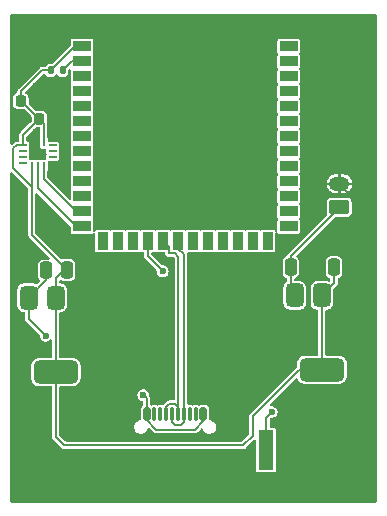
<source format=gbr>
%TF.GenerationSoftware,KiCad,Pcbnew,8.0.8-8.0.8-0~ubuntu24.04.1*%
%TF.CreationDate,2025-08-02T17:46:37-04:00*%
%TF.ProjectId,electronics,656c6563-7472-46f6-9e69-63732e6b6963,rev?*%
%TF.SameCoordinates,Original*%
%TF.FileFunction,Copper,L1,Top*%
%TF.FilePolarity,Positive*%
%FSLAX46Y46*%
G04 Gerber Fmt 4.6, Leading zero omitted, Abs format (unit mm)*
G04 Created by KiCad (PCBNEW 8.0.8-8.0.8-0~ubuntu24.04.1) date 2025-08-02 17:46:37*
%MOMM*%
%LPD*%
G01*
G04 APERTURE LIST*
G04 Aperture macros list*
%AMRoundRect*
0 Rectangle with rounded corners*
0 $1 Rounding radius*
0 $2 $3 $4 $5 $6 $7 $8 $9 X,Y pos of 4 corners*
0 Add a 4 corners polygon primitive as box body*
4,1,4,$2,$3,$4,$5,$6,$7,$8,$9,$2,$3,0*
0 Add four circle primitives for the rounded corners*
1,1,$1+$1,$2,$3*
1,1,$1+$1,$4,$5*
1,1,$1+$1,$6,$7*
1,1,$1+$1,$8,$9*
0 Add four rect primitives between the rounded corners*
20,1,$1+$1,$2,$3,$4,$5,0*
20,1,$1+$1,$4,$5,$6,$7,0*
20,1,$1+$1,$6,$7,$8,$9,0*
20,1,$1+$1,$8,$9,$2,$3,0*%
G04 Aperture macros list end*
%TA.AperFunction,SMDPad,CuDef*%
%ADD10R,0.675000X0.250000*%
%TD*%
%TA.AperFunction,SMDPad,CuDef*%
%ADD11R,0.250000X0.675000*%
%TD*%
%TA.AperFunction,SMDPad,CuDef*%
%ADD12RoundRect,0.225000X0.225000X0.250000X-0.225000X0.250000X-0.225000X-0.250000X0.225000X-0.250000X0*%
%TD*%
%TA.AperFunction,SMDPad,CuDef*%
%ADD13RoundRect,0.135000X-0.135000X-0.185000X0.135000X-0.185000X0.135000X0.185000X-0.135000X0.185000X0*%
%TD*%
%TA.AperFunction,SMDPad,CuDef*%
%ADD14RoundRect,0.150000X-0.150000X-0.425000X0.150000X-0.425000X0.150000X0.425000X-0.150000X0.425000X0*%
%TD*%
%TA.AperFunction,SMDPad,CuDef*%
%ADD15RoundRect,0.075000X-0.075000X-0.500000X0.075000X-0.500000X0.075000X0.500000X-0.075000X0.500000X0*%
%TD*%
%TA.AperFunction,SMDPad,CuDef*%
%ADD16RoundRect,0.250000X-0.840000X-0.750000X0.840000X-0.750000X0.840000X0.750000X-0.840000X0.750000X0*%
%TD*%
%TA.AperFunction,SMDPad,CuDef*%
%ADD17R,1.500000X0.900000*%
%TD*%
%TA.AperFunction,SMDPad,CuDef*%
%ADD18R,0.900000X1.500000*%
%TD*%
%TA.AperFunction,HeatsinkPad*%
%ADD19C,0.600000*%
%TD*%
%TA.AperFunction,SMDPad,CuDef*%
%ADD20R,3.900000X3.900000*%
%TD*%
%TA.AperFunction,SMDPad,CuDef*%
%ADD21RoundRect,0.225000X-0.225000X-0.250000X0.225000X-0.250000X0.225000X0.250000X-0.225000X0.250000X0*%
%TD*%
%TA.AperFunction,SMDPad,CuDef*%
%ADD22RoundRect,0.375000X-0.375000X0.625000X-0.375000X-0.625000X0.375000X-0.625000X0.375000X0.625000X0*%
%TD*%
%TA.AperFunction,SMDPad,CuDef*%
%ADD23RoundRect,0.500000X-1.400000X0.500000X-1.400000X-0.500000X1.400000X-0.500000X1.400000X0.500000X0*%
%TD*%
%TA.AperFunction,SMDPad,CuDef*%
%ADD24RoundRect,0.250000X-0.250000X-0.475000X0.250000X-0.475000X0.250000X0.475000X-0.250000X0.475000X0*%
%TD*%
%TA.AperFunction,SMDPad,CuDef*%
%ADD25R,1.300000X3.400000*%
%TD*%
%TA.AperFunction,SMDPad,CuDef*%
%ADD26RoundRect,0.250000X0.250000X0.475000X-0.250000X0.475000X-0.250000X-0.475000X0.250000X-0.475000X0*%
%TD*%
%TA.AperFunction,ComponentPad*%
%ADD27RoundRect,0.250000X0.625000X-0.350000X0.625000X0.350000X-0.625000X0.350000X-0.625000X-0.350000X0*%
%TD*%
%TA.AperFunction,ComponentPad*%
%ADD28O,1.750000X1.200000*%
%TD*%
%TA.AperFunction,ViaPad*%
%ADD29C,0.600000*%
%TD*%
%TA.AperFunction,Conductor*%
%ADD30C,0.200000*%
%TD*%
G04 APERTURE END LIST*
D10*
%TO.P,U2,1,SDO*%
%TO.N,GND*%
X131792500Y-90472500D03*
%TO.P,U2,2,ASDx*%
%TO.N,unconnected-(U2-ASDx-Pad2)*%
X131792500Y-89972500D03*
%TO.P,U2,3,ASCx*%
%TO.N,unconnected-(U2-ASCx-Pad3)*%
X131792500Y-89472500D03*
%TO.P,U2,4,INT1*%
%TO.N,unconnected-(U2-INT1-Pad4)*%
X131792500Y-88972500D03*
D11*
%TO.P,U2,5,VDDI0*%
%TO.N,+3V3*%
X131030000Y-88710000D03*
%TO.P,U2,6,GNDI0*%
%TO.N,GND*%
X130530000Y-88710000D03*
%TO.P,U2,7,GND*%
X130030000Y-88710000D03*
D10*
%TO.P,U2,8,VDD*%
%TO.N,+3V3*%
X129267500Y-88972500D03*
%TO.P,U2,9,INT2*%
%TO.N,unconnected-(U2-INT2-Pad9)*%
X129267500Y-89472500D03*
%TO.P,U2,10,OCSB*%
%TO.N,unconnected-(U2-OCSB-Pad10)*%
X129267500Y-89972500D03*
%TO.P,U2,11,OSDO*%
%TO.N,unconnected-(U2-OSDO-Pad11)*%
X129267500Y-90472500D03*
D11*
%TO.P,U2,12,CSB*%
%TO.N,+3V3*%
X130030000Y-90735000D03*
%TO.P,U2,13,SCx*%
%TO.N,/SCL*%
X130530000Y-90735000D03*
%TO.P,U2,14,SDx*%
%TO.N,/SDA*%
X131030000Y-90735000D03*
%TD*%
D12*
%TO.P,C4,1*%
%TO.N,+3V3*%
X130650000Y-86730000D03*
%TO.P,C4,2*%
%TO.N,GND*%
X129100000Y-86730000D03*
%TD*%
D13*
%TO.P,R1,1*%
%TO.N,+3V3*%
X131610000Y-82630000D03*
%TO.P,R1,2*%
%TO.N,Net-(U1-EN)*%
X132630000Y-82630000D03*
%TD*%
D14*
%TO.P,J1,A1,GND*%
%TO.N,GND*%
X138950000Y-111745000D03*
%TO.P,J1,A4,VBUS*%
%TO.N,Net-(U5-VI)*%
X139750000Y-111745000D03*
D15*
%TO.P,J1,A5,CC1*%
%TO.N,unconnected-(J1-CC1-PadA5)*%
X140900000Y-111745000D03*
%TO.P,J1,A6,D+*%
%TO.N,/D+*%
X141900000Y-111745000D03*
%TO.P,J1,A7,D-*%
%TO.N,/D-*%
X142400000Y-111745000D03*
%TO.P,J1,A8*%
%TO.N,N/C*%
X143400000Y-111745000D03*
D14*
%TO.P,J1,A9,VBUS*%
%TO.N,Net-(U5-VI)*%
X144550000Y-111745000D03*
%TO.P,J1,A12,GND*%
%TO.N,GND*%
X145350000Y-111745000D03*
%TO.P,J1,B1,GND*%
X145350000Y-111745000D03*
%TO.P,J1,B4,VBUS*%
%TO.N,Net-(U5-VI)*%
X144550000Y-111745000D03*
D15*
%TO.P,J1,B5,CC2*%
%TO.N,unconnected-(J1-CC2-PadB5)*%
X143900000Y-111745000D03*
%TO.P,J1,B6,D+*%
%TO.N,/D+*%
X142900000Y-111745000D03*
%TO.P,J1,B7,D-*%
%TO.N,/D-*%
X141400000Y-111745000D03*
%TO.P,J1,B8*%
%TO.N,N/C*%
X140400000Y-111745000D03*
D14*
%TO.P,J1,B9,VBUS*%
%TO.N,Net-(U5-VI)*%
X139750000Y-111745000D03*
%TO.P,J1,B12,GND*%
%TO.N,GND*%
X138950000Y-111745000D03*
D16*
%TO.P,J1,S1,SHIELD*%
X137040000Y-112320000D03*
X137040000Y-116250000D03*
X147260000Y-112320000D03*
X147260000Y-116250000D03*
%TD*%
D17*
%TO.P,U1,1,GND*%
%TO.N,GND*%
X134270000Y-79310000D03*
%TO.P,U1,2,3V3*%
%TO.N,+3V3*%
X134270000Y-80580000D03*
%TO.P,U1,3,EN*%
%TO.N,Net-(U1-EN)*%
X134270000Y-81850000D03*
%TO.P,U1,4,IO4*%
%TO.N,unconnected-(U1-IO4-Pad4)*%
X134270000Y-83120000D03*
%TO.P,U1,5,IO5*%
%TO.N,unconnected-(U1-IO5-Pad5)*%
X134270000Y-84390000D03*
%TO.P,U1,6,IO6*%
%TO.N,unconnected-(U1-IO6-Pad6)*%
X134270000Y-85660000D03*
%TO.P,U1,7,IO7*%
%TO.N,unconnected-(U1-IO7-Pad7)*%
X134270000Y-86930000D03*
%TO.P,U1,8,IO15*%
%TO.N,unconnected-(U1-IO15-Pad8)*%
X134270000Y-88200000D03*
%TO.P,U1,9,IO16*%
%TO.N,unconnected-(U1-IO16-Pad9)*%
X134270000Y-89470000D03*
%TO.P,U1,10,IO17*%
%TO.N,unconnected-(U1-IO17-Pad10)*%
X134270000Y-90740000D03*
%TO.P,U1,11,IO18*%
%TO.N,unconnected-(U1-IO18-Pad11)*%
X134270000Y-92010000D03*
%TO.P,U1,12,IO8*%
%TO.N,unconnected-(U1-IO8-Pad12)*%
X134270000Y-93280000D03*
%TO.P,U1,13,IO19*%
%TO.N,/SDA*%
X134270000Y-94550000D03*
%TO.P,U1,14,IO20*%
%TO.N,/SCL*%
X134270000Y-95820000D03*
D18*
%TO.P,U1,15,IO3*%
%TO.N,unconnected-(U1-IO3-Pad15)*%
X136035000Y-97070000D03*
%TO.P,U1,16,IO46*%
%TO.N,unconnected-(U1-IO46-Pad16)*%
X137305000Y-97070000D03*
%TO.P,U1,17,IO9*%
%TO.N,unconnected-(U1-IO9-Pad17)*%
X138575000Y-97070000D03*
%TO.P,U1,18,IO10*%
%TO.N,/BZR*%
X139845000Y-97070000D03*
%TO.P,U1,19,IO11*%
%TO.N,/D-*%
X141115000Y-97070000D03*
%TO.P,U1,20,IO12*%
%TO.N,/D+*%
X142385000Y-97070000D03*
%TO.P,U1,21,IO13*%
%TO.N,unconnected-(U1-IO13-Pad21)*%
X143655000Y-97070000D03*
%TO.P,U1,22,IO14*%
%TO.N,unconnected-(U1-IO14-Pad22)*%
X144925000Y-97070000D03*
%TO.P,U1,23,IO21*%
%TO.N,unconnected-(U1-IO21-Pad23)*%
X146195000Y-97070000D03*
%TO.P,U1,24,IO47*%
%TO.N,unconnected-(U1-IO47-Pad24)*%
X147465000Y-97070000D03*
%TO.P,U1,25,IO48*%
%TO.N,unconnected-(U1-IO48-Pad25)*%
X148735000Y-97070000D03*
%TO.P,U1,26,IO45*%
%TO.N,unconnected-(U1-IO45-Pad26)*%
X150005000Y-97070000D03*
D17*
%TO.P,U1,27,IO0*%
%TO.N,unconnected-(U1-IO0-Pad27)*%
X151770000Y-95820000D03*
%TO.P,U1,28,IO35*%
%TO.N,unconnected-(U1-IO35-Pad28)*%
X151770000Y-94550000D03*
%TO.P,U1,29,IO36*%
%TO.N,unconnected-(U1-IO36-Pad29)*%
X151770000Y-93280000D03*
%TO.P,U1,30,IO37*%
%TO.N,unconnected-(U1-IO37-Pad30)*%
X151770000Y-92010000D03*
%TO.P,U1,31,IO38*%
%TO.N,unconnected-(U1-IO38-Pad31)*%
X151770000Y-90740000D03*
%TO.P,U1,32,IO39*%
%TO.N,unconnected-(U1-IO39-Pad32)*%
X151770000Y-89470000D03*
%TO.P,U1,33,IO40*%
%TO.N,unconnected-(U1-IO40-Pad33)*%
X151770000Y-88200000D03*
%TO.P,U1,34,IO41*%
%TO.N,unconnected-(U1-IO41-Pad34)*%
X151770000Y-86930000D03*
%TO.P,U1,35,IO42*%
%TO.N,unconnected-(U1-IO42-Pad35)*%
X151770000Y-85660000D03*
%TO.P,U1,36,RXD0*%
%TO.N,unconnected-(U1-RXD0-Pad36)*%
X151770000Y-84390000D03*
%TO.P,U1,37,TXD0*%
%TO.N,unconnected-(U1-TXD0-Pad37)*%
X151770000Y-83120000D03*
%TO.P,U1,38,IO2*%
%TO.N,unconnected-(U1-IO2-Pad38)*%
X151770000Y-81850000D03*
%TO.P,U1,39,IO1*%
%TO.N,unconnected-(U1-IO1-Pad39)*%
X151770000Y-80580000D03*
%TO.P,U1,40,GND*%
%TO.N,GND*%
X151770000Y-79310000D03*
D19*
%TO.P,U1,41,GND*%
X140120000Y-86330000D03*
X140120000Y-87730000D03*
X140820000Y-85630000D03*
X140820000Y-87030000D03*
X140820000Y-88430000D03*
X141520000Y-86330000D03*
D20*
X141520000Y-87030000D03*
D19*
X141520000Y-87730000D03*
X142220000Y-85630000D03*
X142220000Y-87030000D03*
X142220000Y-88430000D03*
X142920000Y-86330000D03*
X142920000Y-87730000D03*
%TD*%
D21*
%TO.P,C3,1*%
%TO.N,+3V3*%
X129100000Y-85220000D03*
%TO.P,C3,2*%
%TO.N,GND*%
X130650000Y-85220000D03*
%TD*%
D22*
%TO.P,U3,1,GND*%
%TO.N,GND*%
X156880000Y-101670000D03*
%TO.P,U3,2,VO*%
%TO.N,+3V3*%
X154580000Y-101670000D03*
D23*
X154580000Y-107970000D03*
D22*
%TO.P,U3,3,VI*%
%TO.N,Net-(BT1-+)*%
X152280000Y-101670000D03*
%TD*%
D24*
%TO.P,C7,1*%
%TO.N,+3V3*%
X133010000Y-99520000D03*
%TO.P,C7,2*%
%TO.N,GND*%
X134910000Y-99520000D03*
%TD*%
D25*
%TO.P,BZ1,1,+*%
%TO.N,/BZR*%
X149850000Y-114760000D03*
%TO.P,BZ1,2,-*%
%TO.N,GND*%
X158550000Y-114760000D03*
%TD*%
D24*
%TO.P,C2,1*%
%TO.N,+3V3*%
X155610000Y-99290000D03*
%TO.P,C2,2*%
%TO.N,GND*%
X157510000Y-99290000D03*
%TD*%
D22*
%TO.P,U5,1,GND*%
%TO.N,GND*%
X134350000Y-101860000D03*
%TO.P,U5,2,VO*%
%TO.N,+3V3*%
X132050000Y-101860000D03*
D23*
X132050000Y-108160000D03*
D22*
%TO.P,U5,3,VI*%
%TO.N,Net-(U5-VI)*%
X129750000Y-101860000D03*
%TD*%
D26*
%TO.P,C6,1*%
%TO.N,Net-(U5-VI)*%
X131250000Y-99560000D03*
%TO.P,C6,2*%
%TO.N,GND*%
X129350000Y-99560000D03*
%TD*%
D24*
%TO.P,C1,1*%
%TO.N,Net-(BT1-+)*%
X151950000Y-99270000D03*
%TO.P,C1,2*%
%TO.N,GND*%
X153850000Y-99270000D03*
%TD*%
D27*
%TO.P,BT1,1,+*%
%TO.N,Net-(BT1-+)*%
X156060000Y-94220000D03*
D28*
%TO.P,BT1,2,-*%
%TO.N,GND*%
X156060000Y-92220000D03*
%TD*%
D29*
%TO.N,GND*%
X128600000Y-87760000D03*
X130410000Y-87830000D03*
%TO.N,Net-(U5-VI)*%
X139470000Y-110120000D03*
X131190000Y-105080000D03*
%TO.N,/BZR*%
X150320000Y-111550000D03*
X141100000Y-99630000D03*
%TO.N,GND*%
X130380000Y-83970000D03*
%TD*%
D30*
%TO.N,GND*%
X129100000Y-87260000D02*
X128600000Y-87760000D01*
X129100000Y-86730000D02*
X129100000Y-87260000D01*
%TO.N,+3V3*%
X132050000Y-108160000D02*
X132050000Y-113640000D01*
X132050000Y-113640000D02*
X132770000Y-114360000D01*
X132770000Y-114360000D02*
X147940000Y-114360000D01*
X147940000Y-114360000D02*
X148730000Y-113570000D01*
X148730000Y-113570000D02*
X148730000Y-111920000D01*
X148730000Y-111920000D02*
X152680000Y-107970000D01*
X152680000Y-107970000D02*
X154580000Y-107970000D01*
%TO.N,/BZR*%
X150320000Y-111550000D02*
X149850000Y-112020000D01*
X149850000Y-112020000D02*
X149850000Y-114240000D01*
X149850000Y-114240000D02*
X150360000Y-114750000D01*
%TO.N,GND*%
X130410000Y-88210000D02*
X130410000Y-88330000D01*
X130410000Y-87830000D02*
X130410000Y-88210000D01*
X130410000Y-88210000D02*
X130410000Y-88590000D01*
X130410000Y-88590000D02*
X130530000Y-88710000D01*
X130410000Y-88330000D02*
X130030000Y-88710000D01*
%TO.N,+3V3*%
X129267500Y-88972500D02*
X129267500Y-88072500D01*
X129267500Y-88072500D02*
X130010000Y-87330000D01*
X130010000Y-87330000D02*
X130050000Y-87330000D01*
X130050000Y-87330000D02*
X130650000Y-86730000D01*
%TO.N,Net-(U5-VI)*%
X139470000Y-110120000D02*
X139750000Y-110400000D01*
X139750000Y-110400000D02*
X139750000Y-111745000D01*
X129750000Y-103640000D02*
X131190000Y-105080000D01*
X129750000Y-101860000D02*
X129750000Y-103640000D01*
X131250000Y-99560000D02*
X131250000Y-100360000D01*
X131250000Y-100360000D02*
X129750000Y-101860000D01*
%TO.N,+3V3*%
X132050000Y-101860000D02*
X132050000Y-100190000D01*
X132050000Y-100190000D02*
X132720000Y-99520000D01*
X132720000Y-99520000D02*
X133010000Y-99520000D01*
X133010000Y-99520000D02*
X130030000Y-96540000D01*
X130030000Y-96540000D02*
X130030000Y-92460000D01*
%TO.N,GND*%
X156060000Y-92220000D02*
X157510000Y-93670000D01*
X157510000Y-93670000D02*
X157510000Y-99290000D01*
X157510000Y-99290000D02*
X156485000Y-98265000D01*
X156485000Y-98265000D02*
X154855000Y-98265000D01*
X154855000Y-98265000D02*
X153850000Y-99270000D01*
X156880000Y-101670000D02*
X156880000Y-99920000D01*
X156880000Y-99920000D02*
X157510000Y-99290000D01*
%TO.N,+3V3*%
X155610000Y-99290000D02*
X155610000Y-100640000D01*
X155610000Y-100640000D02*
X154580000Y-101670000D01*
%TO.N,Net-(BT1-+)*%
X151950000Y-99270000D02*
X151950000Y-101340000D01*
X151950000Y-101340000D02*
X152280000Y-101670000D01*
%TO.N,+3V3*%
X154580000Y-107970000D02*
X154580000Y-101670000D01*
%TO.N,Net-(BT1-+)*%
X156750000Y-94160000D02*
X156120000Y-94160000D01*
X156120000Y-94160000D02*
X151950000Y-98330000D01*
X151950000Y-98330000D02*
X151950000Y-99270000D01*
%TO.N,GND*%
X156750000Y-92160000D02*
X155950000Y-92160000D01*
%TO.N,+3V3*%
X131610000Y-82630000D02*
X133660000Y-80580000D01*
X133660000Y-80580000D02*
X134270000Y-80580000D01*
X129100000Y-85220000D02*
X129100000Y-84401471D01*
X129100000Y-84401471D02*
X130871471Y-82630000D01*
X130871471Y-82630000D02*
X131610000Y-82630000D01*
X130650000Y-86730000D02*
X129140000Y-85220000D01*
X129140000Y-85220000D02*
X129100000Y-85220000D01*
X130650000Y-86730000D02*
X131030000Y-87110000D01*
X131030000Y-87110000D02*
X131030000Y-88710000D01*
X130030000Y-92460000D02*
X130030000Y-90735000D01*
X128470000Y-90900000D02*
X130030000Y-92460000D01*
X129267500Y-88972500D02*
X128730000Y-88972500D01*
X128470000Y-89232500D02*
X128470000Y-90900000D01*
X128730000Y-88972500D02*
X128470000Y-89232500D01*
X132050000Y-108160000D02*
X132050000Y-101860000D01*
%TO.N,/BZR*%
X139845000Y-98375000D02*
X141100000Y-99630000D01*
X139845000Y-97070000D02*
X139845000Y-98375000D01*
%TO.N,Net-(U5-VI)*%
X139750000Y-111745000D02*
X139750000Y-112202410D01*
X139750000Y-112202410D02*
X140577590Y-113030000D01*
X140577590Y-113030000D02*
X143830000Y-113030000D01*
X143830000Y-113030000D02*
X144550000Y-112310000D01*
X144550000Y-112310000D02*
X144550000Y-111745000D01*
%TO.N,/D+*%
X142385000Y-97070000D02*
X142385000Y-97703603D01*
%TO.N,/D-*%
X141635000Y-98120000D02*
X142165000Y-98120000D01*
%TO.N,/D+*%
X142385000Y-97703603D02*
X142875000Y-98193603D01*
X142875000Y-98193603D02*
X142875000Y-110857499D01*
X142875000Y-110857499D02*
X142900000Y-110882499D01*
%TO.N,/D-*%
X142400000Y-110882499D02*
X142400000Y-111745000D01*
%TO.N,/D+*%
X142900000Y-110882499D02*
X142900000Y-111745000D01*
%TO.N,/D-*%
X142165000Y-98120000D02*
X142425000Y-98380000D01*
X141115000Y-97070000D02*
X141635000Y-97590000D01*
X141635000Y-97590000D02*
X141635000Y-98120000D01*
X142425000Y-98380000D02*
X142425000Y-110857499D01*
X142425000Y-110857499D02*
X142400000Y-110882499D01*
X141400000Y-111745000D02*
X141400000Y-111137590D01*
X141400000Y-111137590D02*
X141667590Y-110870000D01*
X141667590Y-110870000D02*
X142132410Y-110870000D01*
X142132410Y-110870000D02*
X142400000Y-111137590D01*
X142400000Y-111137590D02*
X142400000Y-111745000D01*
%TO.N,/D+*%
X141900000Y-111745000D02*
X141900000Y-112352410D01*
X141900000Y-112352410D02*
X142167590Y-112620000D01*
X142167590Y-112620000D02*
X142632410Y-112620000D01*
X142632410Y-112620000D02*
X142900000Y-112352410D01*
X142900000Y-112352410D02*
X142900000Y-111745000D01*
%TO.N,GND*%
X130690000Y-85180000D02*
X130650000Y-85220000D01*
X130380000Y-83970000D02*
X130690000Y-84280000D01*
X130690000Y-84280000D02*
X130690000Y-85180000D01*
%TO.N,Net-(U1-EN)*%
X132630000Y-82630000D02*
X133410000Y-81850000D01*
X133410000Y-81850000D02*
X134270000Y-81850000D01*
%TO.N,/SCL*%
X130530000Y-92610000D02*
X133740000Y-95820000D01*
X133740000Y-95820000D02*
X134270000Y-95820000D01*
X130530000Y-90735000D02*
X130530000Y-92610000D01*
%TO.N,/SDA*%
X131030000Y-90735000D02*
X131030000Y-91840000D01*
X131030000Y-91840000D02*
X133740000Y-94550000D01*
X133740000Y-94550000D02*
X134270000Y-94550000D01*
%TD*%
%TA.AperFunction,Conductor*%
%TO.N,GND*%
G36*
X140737506Y-87526886D02*
G01*
X140748109Y-87529999D01*
X140748112Y-87530000D01*
X140891888Y-87530000D01*
X140891892Y-87529999D01*
X140902491Y-87526887D01*
X140963651Y-87528633D01*
X141012105Y-87565994D01*
X141029345Y-87624701D01*
X141028377Y-87635964D01*
X141014858Y-87729995D01*
X141014858Y-87730003D01*
X141028377Y-87824034D01*
X141017944Y-87884324D01*
X140974065Y-87926966D01*
X140913503Y-87935673D01*
X140902496Y-87933114D01*
X140891891Y-87930000D01*
X140748112Y-87930000D01*
X140748104Y-87930001D01*
X140737501Y-87933114D01*
X140676341Y-87931364D01*
X140627890Y-87893999D01*
X140610654Y-87835292D01*
X140611622Y-87824033D01*
X140625142Y-87730001D01*
X140625142Y-87729997D01*
X140611622Y-87635965D01*
X140622055Y-87575676D01*
X140665933Y-87533034D01*
X140726495Y-87524326D01*
X140737506Y-87526886D01*
G37*
%TD.AperFunction*%
%TA.AperFunction,Conductor*%
G36*
X142137506Y-87526886D02*
G01*
X142148109Y-87529999D01*
X142148112Y-87530000D01*
X142291888Y-87530000D01*
X142291892Y-87529999D01*
X142302491Y-87526887D01*
X142363651Y-87528633D01*
X142412105Y-87565994D01*
X142429345Y-87624701D01*
X142428377Y-87635964D01*
X142414858Y-87729995D01*
X142414858Y-87730003D01*
X142428377Y-87824034D01*
X142417944Y-87884324D01*
X142374065Y-87926966D01*
X142313503Y-87935673D01*
X142302496Y-87933114D01*
X142291891Y-87930000D01*
X142148112Y-87930000D01*
X142148104Y-87930001D01*
X142137501Y-87933114D01*
X142076341Y-87931364D01*
X142027890Y-87893999D01*
X142010654Y-87835292D01*
X142011622Y-87824033D01*
X142025142Y-87730001D01*
X142025142Y-87729997D01*
X142011622Y-87635965D01*
X142022055Y-87575676D01*
X142065933Y-87533034D01*
X142126495Y-87524326D01*
X142137506Y-87526886D01*
G37*
%TD.AperFunction*%
%TA.AperFunction,Conductor*%
G36*
X141437506Y-86826886D02*
G01*
X141448109Y-86829999D01*
X141448112Y-86830000D01*
X141591888Y-86830000D01*
X141591892Y-86829999D01*
X141602491Y-86826887D01*
X141663651Y-86828633D01*
X141712105Y-86865994D01*
X141729345Y-86924701D01*
X141728377Y-86935964D01*
X141714858Y-87029995D01*
X141714858Y-87030003D01*
X141728377Y-87124034D01*
X141717944Y-87184324D01*
X141674065Y-87226966D01*
X141613503Y-87235673D01*
X141602496Y-87233114D01*
X141591891Y-87230000D01*
X141448112Y-87230000D01*
X141448104Y-87230001D01*
X141437501Y-87233114D01*
X141376341Y-87231364D01*
X141327890Y-87193999D01*
X141310654Y-87135292D01*
X141311622Y-87124033D01*
X141325142Y-87030001D01*
X141325142Y-87029997D01*
X141311622Y-86935965D01*
X141322055Y-86875676D01*
X141365933Y-86833034D01*
X141426495Y-86824326D01*
X141437506Y-86826886D01*
G37*
%TD.AperFunction*%
%TA.AperFunction,Conductor*%
G36*
X140737506Y-86126886D02*
G01*
X140748109Y-86129999D01*
X140748112Y-86130000D01*
X140891888Y-86130000D01*
X140891892Y-86129999D01*
X140902491Y-86126887D01*
X140963651Y-86128633D01*
X141012105Y-86165994D01*
X141029345Y-86224701D01*
X141028377Y-86235964D01*
X141014858Y-86329995D01*
X141014858Y-86330003D01*
X141028377Y-86424034D01*
X141017944Y-86484324D01*
X140974065Y-86526966D01*
X140913503Y-86535673D01*
X140902496Y-86533114D01*
X140891891Y-86530000D01*
X140748112Y-86530000D01*
X140748104Y-86530001D01*
X140737501Y-86533114D01*
X140676341Y-86531364D01*
X140627890Y-86493999D01*
X140610654Y-86435292D01*
X140611622Y-86424033D01*
X140625142Y-86330001D01*
X140625142Y-86329997D01*
X140611622Y-86235965D01*
X140622055Y-86175676D01*
X140665933Y-86133034D01*
X140726495Y-86124326D01*
X140737506Y-86126886D01*
G37*
%TD.AperFunction*%
%TA.AperFunction,Conductor*%
G36*
X142137506Y-86126886D02*
G01*
X142148109Y-86129999D01*
X142148112Y-86130000D01*
X142291888Y-86130000D01*
X142291892Y-86129999D01*
X142302491Y-86126887D01*
X142363651Y-86128633D01*
X142412105Y-86165994D01*
X142429345Y-86224701D01*
X142428377Y-86235964D01*
X142414858Y-86329995D01*
X142414858Y-86330003D01*
X142428377Y-86424034D01*
X142417944Y-86484324D01*
X142374065Y-86526966D01*
X142313503Y-86535673D01*
X142302496Y-86533114D01*
X142291891Y-86530000D01*
X142148112Y-86530000D01*
X142148104Y-86530001D01*
X142137501Y-86533114D01*
X142076341Y-86531364D01*
X142027890Y-86493999D01*
X142010654Y-86435292D01*
X142011622Y-86424033D01*
X142025142Y-86330001D01*
X142025142Y-86329997D01*
X142011622Y-86235965D01*
X142022055Y-86175676D01*
X142065933Y-86133034D01*
X142126495Y-86124326D01*
X142137506Y-86126886D01*
G37*
%TD.AperFunction*%
%TA.AperFunction,Conductor*%
G36*
X159168691Y-77838907D02*
G01*
X159204655Y-77888407D01*
X159209500Y-77919000D01*
X159209500Y-119110500D01*
X159190593Y-119168691D01*
X159141093Y-119204655D01*
X159110500Y-119209500D01*
X128309500Y-119209500D01*
X128251309Y-119190593D01*
X128215345Y-119141093D01*
X128210500Y-119110500D01*
X128210500Y-91304478D01*
X128229407Y-91246287D01*
X128278907Y-91210323D01*
X128340093Y-91210323D01*
X128379501Y-91234472D01*
X129700505Y-92555476D01*
X129728281Y-92609991D01*
X129729500Y-92625478D01*
X129729500Y-96579564D01*
X129749978Y-96655988D01*
X129749980Y-96655992D01*
X129789538Y-96724508D01*
X129789540Y-96724511D01*
X130904775Y-97839746D01*
X131530525Y-98465496D01*
X131558302Y-98520013D01*
X131548731Y-98580445D01*
X131505466Y-98623710D01*
X131460521Y-98634500D01*
X130945725Y-98634500D01*
X130915305Y-98637353D01*
X130915296Y-98637355D01*
X130787116Y-98682207D01*
X130677855Y-98762845D01*
X130677845Y-98762855D01*
X130597207Y-98872116D01*
X130552355Y-99000296D01*
X130552353Y-99000305D01*
X130549500Y-99030725D01*
X130549500Y-100089274D01*
X130552353Y-100119694D01*
X130552355Y-100119703D01*
X130597207Y-100247883D01*
X130677847Y-100357147D01*
X130682856Y-100362156D01*
X130710636Y-100416671D01*
X130701068Y-100477104D01*
X130682860Y-100502167D01*
X130488519Y-100696508D01*
X130434002Y-100724285D01*
X130380630Y-100717968D01*
X130275240Y-100674314D01*
X130275232Y-100674312D01*
X130162720Y-100659500D01*
X129337280Y-100659500D01*
X129337279Y-100659500D01*
X129224767Y-100674312D01*
X129224761Y-100674314D01*
X129084768Y-100732301D01*
X128964551Y-100824547D01*
X128964547Y-100824551D01*
X128872301Y-100944768D01*
X128814314Y-101084761D01*
X128814312Y-101084767D01*
X128799500Y-101197279D01*
X128799500Y-102522720D01*
X128807729Y-102585231D01*
X128814313Y-102635236D01*
X128872302Y-102775233D01*
X128964549Y-102895451D01*
X129084767Y-102987698D01*
X129224764Y-103045687D01*
X129337280Y-103060500D01*
X129350500Y-103060500D01*
X129408691Y-103079407D01*
X129444655Y-103128907D01*
X129449500Y-103159500D01*
X129449500Y-103679564D01*
X129469978Y-103755988D01*
X129469980Y-103755992D01*
X129509538Y-103824508D01*
X129509540Y-103824511D01*
X130235533Y-104550504D01*
X130659453Y-104974424D01*
X130687230Y-105028941D01*
X130687442Y-105058515D01*
X130684353Y-105080002D01*
X130704834Y-105222456D01*
X130764622Y-105353371D01*
X130764623Y-105353373D01*
X130858872Y-105462143D01*
X130858873Y-105462144D01*
X130861786Y-105464016D01*
X130979947Y-105539953D01*
X131086403Y-105571211D01*
X131118035Y-105580499D01*
X131118036Y-105580499D01*
X131118039Y-105580500D01*
X131118041Y-105580500D01*
X131261959Y-105580500D01*
X131261961Y-105580500D01*
X131400053Y-105539953D01*
X131521128Y-105462143D01*
X131575682Y-105399183D01*
X131628076Y-105367589D01*
X131689037Y-105372824D01*
X131735278Y-105412892D01*
X131749500Y-105464016D01*
X131749500Y-106860500D01*
X131730593Y-106918691D01*
X131681093Y-106954655D01*
X131650500Y-106959500D01*
X130593379Y-106959500D01*
X130522805Y-106965913D01*
X130360394Y-107016521D01*
X130360392Y-107016522D01*
X130214816Y-107104527D01*
X130094527Y-107224816D01*
X130006522Y-107370392D01*
X130006521Y-107370394D01*
X129955913Y-107532805D01*
X129949500Y-107603379D01*
X129949500Y-108716620D01*
X129955913Y-108787194D01*
X130006521Y-108949605D01*
X130006522Y-108949607D01*
X130052385Y-109025472D01*
X130094528Y-109095185D01*
X130214815Y-109215472D01*
X130360394Y-109303478D01*
X130522804Y-109354086D01*
X130593384Y-109360500D01*
X131650500Y-109360500D01*
X131708691Y-109379407D01*
X131744655Y-109428907D01*
X131749500Y-109459500D01*
X131749500Y-113679564D01*
X131769978Y-113755988D01*
X131769979Y-113755989D01*
X131801428Y-113810460D01*
X131809540Y-113824511D01*
X132585489Y-114600460D01*
X132585491Y-114600461D01*
X132585493Y-114600463D01*
X132654008Y-114640020D01*
X132654006Y-114640020D01*
X132654010Y-114640021D01*
X132654012Y-114640022D01*
X132730438Y-114660500D01*
X132730440Y-114660500D01*
X147979563Y-114660500D01*
X147979563Y-114660499D01*
X148055989Y-114640021D01*
X148124511Y-114600460D01*
X148180460Y-114544511D01*
X148830498Y-113894472D01*
X148885013Y-113866697D01*
X148945445Y-113876268D01*
X148988710Y-113919533D01*
X148999500Y-113964478D01*
X148999500Y-116479746D01*
X148999501Y-116479758D01*
X149011132Y-116538227D01*
X149011133Y-116538231D01*
X149055448Y-116604552D01*
X149121769Y-116648867D01*
X149166231Y-116657711D01*
X149180241Y-116660498D01*
X149180246Y-116660498D01*
X149180252Y-116660500D01*
X149180253Y-116660500D01*
X150519747Y-116660500D01*
X150519748Y-116660500D01*
X150578231Y-116648867D01*
X150644552Y-116604552D01*
X150688867Y-116538231D01*
X150700500Y-116479748D01*
X150700500Y-113040252D01*
X150688867Y-112981769D01*
X150644552Y-112915448D01*
X150644548Y-112915445D01*
X150578233Y-112871134D01*
X150578231Y-112871133D01*
X150578228Y-112871132D01*
X150578227Y-112871132D01*
X150519758Y-112859501D01*
X150519748Y-112859500D01*
X150519747Y-112859500D01*
X150249500Y-112859500D01*
X150191309Y-112840593D01*
X150155345Y-112791093D01*
X150150500Y-112760500D01*
X150150500Y-112185477D01*
X150169407Y-112127286D01*
X150179486Y-112115484D01*
X150215475Y-112079494D01*
X150269990Y-112051719D01*
X150285477Y-112050500D01*
X150391959Y-112050500D01*
X150391961Y-112050500D01*
X150530053Y-112009953D01*
X150651128Y-111932143D01*
X150745377Y-111823373D01*
X150805165Y-111692457D01*
X150825647Y-111550000D01*
X150805165Y-111407543D01*
X150745377Y-111276627D01*
X150651128Y-111167857D01*
X150651127Y-111167856D01*
X150651126Y-111167855D01*
X150530057Y-111090049D01*
X150530054Y-111090047D01*
X150530053Y-111090047D01*
X150530050Y-111090046D01*
X150391964Y-111049500D01*
X150391961Y-111049500D01*
X150264479Y-111049500D01*
X150206288Y-111030593D01*
X150170324Y-110981093D01*
X150170324Y-110919907D01*
X150194475Y-110880496D01*
X152368179Y-108706791D01*
X152422696Y-108679014D01*
X152483128Y-108688585D01*
X152526393Y-108731850D01*
X152532701Y-108747343D01*
X152536521Y-108759605D01*
X152536522Y-108759607D01*
X152601914Y-108867777D01*
X152624528Y-108905185D01*
X152744815Y-109025472D01*
X152852986Y-109090864D01*
X152860130Y-109095183D01*
X152890394Y-109113478D01*
X153052804Y-109164086D01*
X153123384Y-109170500D01*
X153123389Y-109170500D01*
X156036611Y-109170500D01*
X156036616Y-109170500D01*
X156107196Y-109164086D01*
X156269606Y-109113478D01*
X156415185Y-109025472D01*
X156535472Y-108905185D01*
X156623478Y-108759606D01*
X156674086Y-108597196D01*
X156680500Y-108526616D01*
X156680500Y-107413384D01*
X156674086Y-107342804D01*
X156623478Y-107180394D01*
X156535472Y-107034815D01*
X156415185Y-106914528D01*
X156376419Y-106891093D01*
X156269607Y-106826522D01*
X156269605Y-106826521D01*
X156107194Y-106775913D01*
X156036620Y-106769500D01*
X156036616Y-106769500D01*
X154979500Y-106769500D01*
X154921309Y-106750593D01*
X154885345Y-106701093D01*
X154880500Y-106670500D01*
X154880500Y-102969500D01*
X154899407Y-102911309D01*
X154948907Y-102875345D01*
X154979500Y-102870500D01*
X154992719Y-102870500D01*
X154992720Y-102870500D01*
X155105236Y-102855687D01*
X155245233Y-102797698D01*
X155365451Y-102705451D01*
X155457698Y-102585233D01*
X155515687Y-102445236D01*
X155530500Y-102332720D01*
X155530500Y-101185478D01*
X155549407Y-101127287D01*
X155559490Y-101115480D01*
X155850460Y-100824511D01*
X155890021Y-100755989D01*
X155910500Y-100679562D01*
X155910500Y-100294857D01*
X155929407Y-100236666D01*
X155976802Y-100201413D01*
X156005911Y-100191226D01*
X156072882Y-100167793D01*
X156182150Y-100087150D01*
X156262793Y-99977882D01*
X156307646Y-99849699D01*
X156310499Y-99819273D01*
X156310500Y-99819273D01*
X156310500Y-98760727D01*
X156310499Y-98760725D01*
X156308624Y-98740734D01*
X156307646Y-98730301D01*
X156262793Y-98602118D01*
X156259276Y-98597353D01*
X156182154Y-98492855D01*
X156182152Y-98492853D01*
X156182150Y-98492850D01*
X156182146Y-98492847D01*
X156182144Y-98492845D01*
X156072883Y-98412207D01*
X155944703Y-98367355D01*
X155944694Y-98367353D01*
X155914274Y-98364500D01*
X155914266Y-98364500D01*
X155305734Y-98364500D01*
X155305725Y-98364500D01*
X155275305Y-98367353D01*
X155275296Y-98367355D01*
X155147116Y-98412207D01*
X155037855Y-98492845D01*
X155037845Y-98492855D01*
X154957207Y-98602116D01*
X154912355Y-98730296D01*
X154912353Y-98730305D01*
X154909500Y-98760725D01*
X154909500Y-99819274D01*
X154912353Y-99849694D01*
X154912355Y-99849703D01*
X154957207Y-99977883D01*
X155037845Y-100087144D01*
X155037847Y-100087146D01*
X155037850Y-100087150D01*
X155037853Y-100087152D01*
X155037855Y-100087154D01*
X155147116Y-100167792D01*
X155147117Y-100167792D01*
X155147118Y-100167793D01*
X155186042Y-100181413D01*
X155243198Y-100201413D01*
X155291878Y-100238478D01*
X155309500Y-100294857D01*
X155309500Y-100420758D01*
X155290593Y-100478949D01*
X155241093Y-100514913D01*
X155179907Y-100514913D01*
X155172614Y-100512222D01*
X155148339Y-100502167D01*
X155105236Y-100484313D01*
X155105234Y-100484312D01*
X155105232Y-100484312D01*
X154992720Y-100469500D01*
X154167280Y-100469500D01*
X154167279Y-100469500D01*
X154054767Y-100484312D01*
X154054761Y-100484314D01*
X153914768Y-100542301D01*
X153794551Y-100634547D01*
X153794547Y-100634551D01*
X153702301Y-100754768D01*
X153644314Y-100894761D01*
X153644312Y-100894767D01*
X153629500Y-101007279D01*
X153629500Y-101007280D01*
X153629500Y-102332720D01*
X153644313Y-102445236D01*
X153702302Y-102585233D01*
X153794549Y-102705451D01*
X153914767Y-102797698D01*
X154054764Y-102855687D01*
X154167280Y-102870500D01*
X154180500Y-102870500D01*
X154238691Y-102889407D01*
X154274655Y-102938907D01*
X154279500Y-102969500D01*
X154279500Y-106670500D01*
X154260593Y-106728691D01*
X154211093Y-106764655D01*
X154180500Y-106769500D01*
X153123379Y-106769500D01*
X153052805Y-106775913D01*
X152890394Y-106826521D01*
X152890392Y-106826522D01*
X152744816Y-106914527D01*
X152624527Y-107034816D01*
X152536522Y-107180392D01*
X152536521Y-107180394D01*
X152485913Y-107342805D01*
X152479500Y-107413379D01*
X152479500Y-107704521D01*
X152460593Y-107762712D01*
X152450504Y-107774525D01*
X148545489Y-111679540D01*
X148545488Y-111679539D01*
X148489539Y-111735489D01*
X148449980Y-111804007D01*
X148449978Y-111804011D01*
X148429500Y-111880435D01*
X148429500Y-113404521D01*
X148410593Y-113462712D01*
X148400504Y-113474525D01*
X147844525Y-114030504D01*
X147790008Y-114058281D01*
X147774521Y-114059500D01*
X132935479Y-114059500D01*
X132877288Y-114040593D01*
X132865475Y-114030504D01*
X132379496Y-113544525D01*
X132351719Y-113490008D01*
X132350500Y-113474521D01*
X132350500Y-109459500D01*
X132369407Y-109401309D01*
X132418907Y-109365345D01*
X132449500Y-109360500D01*
X133506611Y-109360500D01*
X133506616Y-109360500D01*
X133577196Y-109354086D01*
X133739606Y-109303478D01*
X133885185Y-109215472D01*
X134005472Y-109095185D01*
X134093478Y-108949606D01*
X134144086Y-108787196D01*
X134150500Y-108716616D01*
X134150500Y-107603384D01*
X134144086Y-107532804D01*
X134093478Y-107370394D01*
X134005472Y-107224815D01*
X133885185Y-107104528D01*
X133847777Y-107081914D01*
X133739607Y-107016522D01*
X133739605Y-107016521D01*
X133577194Y-106965913D01*
X133506620Y-106959500D01*
X133506616Y-106959500D01*
X132449500Y-106959500D01*
X132391309Y-106940593D01*
X132355345Y-106891093D01*
X132350500Y-106860500D01*
X132350500Y-103159500D01*
X132369407Y-103101309D01*
X132418907Y-103065345D01*
X132449500Y-103060500D01*
X132462719Y-103060500D01*
X132462720Y-103060500D01*
X132575236Y-103045687D01*
X132715233Y-102987698D01*
X132835451Y-102895451D01*
X132927698Y-102775233D01*
X132985687Y-102635236D01*
X133000500Y-102522720D01*
X133000500Y-101197280D01*
X132985687Y-101084764D01*
X132927698Y-100944767D01*
X132835451Y-100824549D01*
X132715233Y-100732302D01*
X132695878Y-100724285D01*
X132575238Y-100674314D01*
X132575240Y-100674314D01*
X132575236Y-100674313D01*
X132575234Y-100674312D01*
X132575232Y-100674312D01*
X132462720Y-100659500D01*
X132449500Y-100659500D01*
X132391309Y-100640593D01*
X132355345Y-100591093D01*
X132350500Y-100560500D01*
X132350500Y-100448790D01*
X132369407Y-100390599D01*
X132418907Y-100354635D01*
X132480093Y-100354635D01*
X132508289Y-100369136D01*
X132547116Y-100397792D01*
X132547117Y-100397792D01*
X132547118Y-100397793D01*
X132675301Y-100442646D01*
X132705725Y-100445499D01*
X132705727Y-100445500D01*
X132705734Y-100445500D01*
X133314273Y-100445500D01*
X133314273Y-100445499D01*
X133344699Y-100442646D01*
X133472882Y-100397793D01*
X133582150Y-100317150D01*
X133662793Y-100207882D01*
X133707646Y-100079699D01*
X133710499Y-100049273D01*
X133710500Y-100049273D01*
X133710500Y-98990727D01*
X133710499Y-98990725D01*
X133707646Y-98960305D01*
X133707646Y-98960301D01*
X133662793Y-98832118D01*
X133611671Y-98762850D01*
X133582154Y-98722855D01*
X133582152Y-98722853D01*
X133582150Y-98722850D01*
X133582146Y-98722847D01*
X133582144Y-98722845D01*
X133472883Y-98642207D01*
X133344703Y-98597355D01*
X133344694Y-98597353D01*
X133314274Y-98594500D01*
X133314266Y-98594500D01*
X132705734Y-98594500D01*
X132705725Y-98594500D01*
X132675303Y-98597353D01*
X132613284Y-98619054D01*
X132552114Y-98620426D01*
X132510584Y-98595613D01*
X130359496Y-96444525D01*
X130331719Y-96390008D01*
X130330500Y-96374521D01*
X130330500Y-93074479D01*
X130349407Y-93016288D01*
X130398907Y-92980324D01*
X130460093Y-92980324D01*
X130499504Y-93004475D01*
X133290504Y-95795475D01*
X133318281Y-95849992D01*
X133319500Y-95865479D01*
X133319500Y-96289746D01*
X133319501Y-96289758D01*
X133331132Y-96348227D01*
X133331134Y-96348233D01*
X133373566Y-96411736D01*
X133375448Y-96414552D01*
X133441769Y-96458867D01*
X133486231Y-96467711D01*
X133500241Y-96470498D01*
X133500246Y-96470498D01*
X133500252Y-96470500D01*
X133500253Y-96470500D01*
X135039747Y-96470500D01*
X135039748Y-96470500D01*
X135098231Y-96458867D01*
X135164552Y-96414552D01*
X135203185Y-96356733D01*
X135251235Y-96318855D01*
X135312373Y-96316453D01*
X135363247Y-96350446D01*
X135384424Y-96407850D01*
X135384500Y-96411736D01*
X135384500Y-97839746D01*
X135384501Y-97839758D01*
X135396132Y-97898227D01*
X135396134Y-97898233D01*
X135440445Y-97964548D01*
X135440448Y-97964552D01*
X135506769Y-98008867D01*
X135551231Y-98017711D01*
X135565241Y-98020498D01*
X135565246Y-98020498D01*
X135565252Y-98020500D01*
X135565253Y-98020500D01*
X136504747Y-98020500D01*
X136504748Y-98020500D01*
X136563231Y-98008867D01*
X136615000Y-97974274D01*
X136673885Y-97957667D01*
X136724998Y-97974274D01*
X136776769Y-98008867D01*
X136821231Y-98017711D01*
X136835241Y-98020498D01*
X136835246Y-98020498D01*
X136835252Y-98020500D01*
X136835253Y-98020500D01*
X137774747Y-98020500D01*
X137774748Y-98020500D01*
X137833231Y-98008867D01*
X137885000Y-97974274D01*
X137943885Y-97957667D01*
X137994998Y-97974274D01*
X138046769Y-98008867D01*
X138091231Y-98017711D01*
X138105241Y-98020498D01*
X138105246Y-98020498D01*
X138105252Y-98020500D01*
X138105253Y-98020500D01*
X139044747Y-98020500D01*
X139044748Y-98020500D01*
X139103231Y-98008867D01*
X139155000Y-97974274D01*
X139213885Y-97957667D01*
X139264998Y-97974274D01*
X139316769Y-98008867D01*
X139361231Y-98017711D01*
X139375241Y-98020498D01*
X139375246Y-98020498D01*
X139375252Y-98020500D01*
X139445500Y-98020500D01*
X139503691Y-98039407D01*
X139539655Y-98088907D01*
X139544500Y-98119500D01*
X139544500Y-98414564D01*
X139564978Y-98490988D01*
X139564980Y-98490992D01*
X139604538Y-98559508D01*
X139604540Y-98559511D01*
X140099503Y-99054474D01*
X140569453Y-99524424D01*
X140597230Y-99578941D01*
X140597441Y-99608514D01*
X140594354Y-99629997D01*
X140594353Y-99630002D01*
X140614834Y-99772456D01*
X140650112Y-99849703D01*
X140674623Y-99903373D01*
X140721855Y-99957882D01*
X140768873Y-100012144D01*
X140888878Y-100089266D01*
X140889947Y-100089953D01*
X140991237Y-100119694D01*
X141028035Y-100130499D01*
X141028036Y-100130499D01*
X141028039Y-100130500D01*
X141028041Y-100130500D01*
X141171959Y-100130500D01*
X141171961Y-100130500D01*
X141310053Y-100089953D01*
X141431128Y-100012143D01*
X141525377Y-99903373D01*
X141585165Y-99772457D01*
X141605647Y-99630000D01*
X141590221Y-99522712D01*
X141585165Y-99487543D01*
X141525377Y-99356628D01*
X141525377Y-99356627D01*
X141431128Y-99247857D01*
X141431127Y-99247856D01*
X141431126Y-99247855D01*
X141310057Y-99170049D01*
X141310054Y-99170047D01*
X141310053Y-99170047D01*
X141310050Y-99170046D01*
X141171964Y-99129500D01*
X141171961Y-99129500D01*
X141065479Y-99129500D01*
X141007288Y-99110593D01*
X140995475Y-99100504D01*
X140174496Y-98279525D01*
X140146719Y-98225008D01*
X140145500Y-98209521D01*
X140145500Y-98119500D01*
X140164407Y-98061309D01*
X140213907Y-98025345D01*
X140244500Y-98020500D01*
X140314747Y-98020500D01*
X140314748Y-98020500D01*
X140373231Y-98008867D01*
X140425000Y-97974274D01*
X140483885Y-97957667D01*
X140534998Y-97974274D01*
X140586769Y-98008867D01*
X140631231Y-98017711D01*
X140645241Y-98020498D01*
X140645246Y-98020498D01*
X140645252Y-98020500D01*
X141235500Y-98020500D01*
X141293691Y-98039407D01*
X141329655Y-98088907D01*
X141334500Y-98119500D01*
X141334500Y-98159564D01*
X141354978Y-98235988D01*
X141354980Y-98235992D01*
X141373660Y-98268346D01*
X141394540Y-98304511D01*
X141450489Y-98360460D01*
X141450491Y-98360461D01*
X141519007Y-98400019D01*
X141519011Y-98400021D01*
X141595435Y-98420499D01*
X141595437Y-98420500D01*
X141595438Y-98420500D01*
X141674562Y-98420500D01*
X141999521Y-98420500D01*
X142057712Y-98439407D01*
X142069525Y-98449496D01*
X142095504Y-98475475D01*
X142123281Y-98529992D01*
X142124500Y-98545479D01*
X142124500Y-110470500D01*
X142105593Y-110528691D01*
X142056093Y-110564655D01*
X142025500Y-110569500D01*
X141628025Y-110569500D01*
X141551602Y-110589978D01*
X141498737Y-110620500D01*
X141498736Y-110620499D01*
X141483079Y-110629539D01*
X141215488Y-110897130D01*
X141157144Y-110955473D01*
X141102627Y-110983250D01*
X141067827Y-110982567D01*
X141002134Y-110969500D01*
X140797870Y-110969500D01*
X140797862Y-110969501D01*
X140717505Y-110985484D01*
X140717501Y-110985486D01*
X140704999Y-110993840D01*
X140646111Y-111010447D01*
X140595001Y-110993840D01*
X140582496Y-110985485D01*
X140582495Y-110985484D01*
X140502134Y-110969500D01*
X140297870Y-110969500D01*
X140297862Y-110969501D01*
X140217505Y-110985484D01*
X140217503Y-110985485D01*
X140204502Y-110994173D01*
X140145614Y-111010782D01*
X140088210Y-110989605D01*
X140054217Y-110938731D01*
X140050500Y-110911858D01*
X140050500Y-110360437D01*
X140050499Y-110360435D01*
X140030021Y-110284011D01*
X140030019Y-110284007D01*
X139987216Y-110209870D01*
X139988858Y-110208921D01*
X139971382Y-110159562D01*
X139972355Y-110142890D01*
X139975647Y-110120000D01*
X139955165Y-109977543D01*
X139895377Y-109846627D01*
X139801128Y-109737857D01*
X139801127Y-109737856D01*
X139801126Y-109737855D01*
X139680057Y-109660049D01*
X139680054Y-109660047D01*
X139680053Y-109660047D01*
X139680050Y-109660046D01*
X139541964Y-109619500D01*
X139541961Y-109619500D01*
X139398039Y-109619500D01*
X139398035Y-109619500D01*
X139259949Y-109660046D01*
X139259942Y-109660049D01*
X139138873Y-109737855D01*
X139044622Y-109846628D01*
X138984834Y-109977543D01*
X138964353Y-110119997D01*
X138964353Y-110120002D01*
X138984834Y-110262456D01*
X139029581Y-110360437D01*
X139044623Y-110393373D01*
X139138872Y-110502143D01*
X139138873Y-110502144D01*
X139259942Y-110579950D01*
X139259947Y-110579953D01*
X139378393Y-110614731D01*
X139428898Y-110649265D01*
X139449460Y-110706892D01*
X139449500Y-110709720D01*
X139449500Y-110941635D01*
X139430593Y-110999826D01*
X139399889Y-111025612D01*
X139400192Y-111026036D01*
X139394817Y-111029873D01*
X139393982Y-111030574D01*
X139393951Y-111030590D01*
X139393518Y-111030801D01*
X139310801Y-111113518D01*
X139259427Y-111218604D01*
X139259427Y-111218607D01*
X139250974Y-111276628D01*
X139249500Y-111286743D01*
X139249500Y-112151046D01*
X139230593Y-112209237D01*
X139181093Y-112245201D01*
X139176123Y-112246673D01*
X139037860Y-112283720D01*
X138906639Y-112359481D01*
X138799481Y-112466639D01*
X138723720Y-112597860D01*
X138709969Y-112649181D01*
X138684500Y-112744234D01*
X138684500Y-112895766D01*
X138719086Y-113024847D01*
X138723720Y-113042139D01*
X138799481Y-113173360D01*
X138799483Y-113173362D01*
X138799485Y-113173365D01*
X138906635Y-113280515D01*
X138906637Y-113280516D01*
X138906639Y-113280518D01*
X139037861Y-113356279D01*
X139037859Y-113356279D01*
X139037863Y-113356280D01*
X139037865Y-113356281D01*
X139184234Y-113395500D01*
X139184236Y-113395500D01*
X139335764Y-113395500D01*
X139335766Y-113395500D01*
X139482135Y-113356281D01*
X139482137Y-113356279D01*
X139482139Y-113356279D01*
X139613360Y-113280518D01*
X139613360Y-113280517D01*
X139613365Y-113280515D01*
X139720515Y-113173365D01*
X139796281Y-113042135D01*
X139829767Y-112917158D01*
X139863091Y-112865846D01*
X139920212Y-112843919D01*
X139979313Y-112859754D01*
X139995398Y-112872779D01*
X140337130Y-113214511D01*
X140337129Y-113214511D01*
X140393079Y-113270460D01*
X140461597Y-113310019D01*
X140461601Y-113310021D01*
X140538025Y-113330499D01*
X140538027Y-113330500D01*
X140538028Y-113330500D01*
X143869563Y-113330500D01*
X143869563Y-113330499D01*
X143945989Y-113310021D01*
X144014511Y-113270460D01*
X144042485Y-113242485D01*
X144070461Y-113214511D01*
X144327338Y-112957633D01*
X144381855Y-112929855D01*
X144442287Y-112939426D01*
X144485552Y-112982691D01*
X144492967Y-113002008D01*
X144502443Y-113037373D01*
X144503720Y-113042139D01*
X144579481Y-113173360D01*
X144579483Y-113173362D01*
X144579485Y-113173365D01*
X144686635Y-113280515D01*
X144686637Y-113280516D01*
X144686639Y-113280518D01*
X144817861Y-113356279D01*
X144817859Y-113356279D01*
X144817863Y-113356280D01*
X144817865Y-113356281D01*
X144964234Y-113395500D01*
X144964236Y-113395500D01*
X145115764Y-113395500D01*
X145115766Y-113395500D01*
X145262135Y-113356281D01*
X145262137Y-113356279D01*
X145262139Y-113356279D01*
X145393360Y-113280518D01*
X145393360Y-113280517D01*
X145393365Y-113280515D01*
X145500515Y-113173365D01*
X145576281Y-113042135D01*
X145615500Y-112895766D01*
X145615500Y-112744234D01*
X145576281Y-112597865D01*
X145576279Y-112597862D01*
X145576279Y-112597860D01*
X145500518Y-112466639D01*
X145500516Y-112466637D01*
X145500515Y-112466635D01*
X145393365Y-112359485D01*
X145393362Y-112359483D01*
X145393360Y-112359481D01*
X145262138Y-112283720D01*
X145262139Y-112283720D01*
X145123877Y-112246673D01*
X145072562Y-112213349D01*
X145050636Y-112156227D01*
X145050500Y-112151046D01*
X145050500Y-111286743D01*
X145050500Y-111286740D01*
X145040573Y-111218607D01*
X144989198Y-111113517D01*
X144906483Y-111030802D01*
X144906481Y-111030801D01*
X144801395Y-110979427D01*
X144774139Y-110975456D01*
X144733260Y-110969500D01*
X144366740Y-110969500D01*
X144332673Y-110974463D01*
X144298604Y-110979427D01*
X144219714Y-111017994D01*
X144159131Y-111026565D01*
X144121232Y-111011368D01*
X144082498Y-110985487D01*
X144082496Y-110985486D01*
X144082495Y-110985485D01*
X144002133Y-110969500D01*
X144002132Y-110969500D01*
X143797870Y-110969500D01*
X143797862Y-110969501D01*
X143717505Y-110985484D01*
X143717501Y-110985486D01*
X143704999Y-110993840D01*
X143646111Y-111010447D01*
X143595001Y-110993840D01*
X143582496Y-110985485D01*
X143582495Y-110985484D01*
X143502135Y-110969500D01*
X143299500Y-110969500D01*
X143241309Y-110950593D01*
X143205345Y-110901093D01*
X143200500Y-110870500D01*
X143200500Y-110842936D01*
X143200499Y-110842934D01*
X143178874Y-110762228D01*
X143175500Y-110736604D01*
X143175500Y-98740725D01*
X151249500Y-98740725D01*
X151249500Y-99799274D01*
X151252353Y-99829694D01*
X151252355Y-99829703D01*
X151297207Y-99957883D01*
X151377845Y-100067144D01*
X151377847Y-100067146D01*
X151377850Y-100067150D01*
X151377853Y-100067152D01*
X151377855Y-100067154D01*
X151487116Y-100147792D01*
X151487117Y-100147792D01*
X151487118Y-100147793D01*
X151536608Y-100165110D01*
X151583198Y-100181413D01*
X151631878Y-100218478D01*
X151649500Y-100274857D01*
X151649500Y-100466828D01*
X151630593Y-100525019D01*
X151610768Y-100545369D01*
X151494555Y-100634543D01*
X151494547Y-100634551D01*
X151402301Y-100754768D01*
X151344314Y-100894761D01*
X151344312Y-100894767D01*
X151329500Y-101007279D01*
X151329500Y-101007280D01*
X151329500Y-102332720D01*
X151344313Y-102445236D01*
X151402302Y-102585233D01*
X151494549Y-102705451D01*
X151614767Y-102797698D01*
X151754764Y-102855687D01*
X151867280Y-102870500D01*
X151867281Y-102870500D01*
X152692719Y-102870500D01*
X152692720Y-102870500D01*
X152805236Y-102855687D01*
X152945233Y-102797698D01*
X153065451Y-102705451D01*
X153157698Y-102585233D01*
X153215687Y-102445236D01*
X153230500Y-102332720D01*
X153230500Y-101007280D01*
X153215687Y-100894764D01*
X153157698Y-100754767D01*
X153065451Y-100634549D01*
X152945233Y-100542302D01*
X152903508Y-100525019D01*
X152848339Y-100502167D01*
X152805236Y-100484313D01*
X152805234Y-100484312D01*
X152805232Y-100484312D01*
X152692720Y-100469500D01*
X152349500Y-100469500D01*
X152291309Y-100450593D01*
X152255345Y-100401093D01*
X152250500Y-100370500D01*
X152250500Y-100274857D01*
X152269407Y-100216666D01*
X152316802Y-100181413D01*
X152355728Y-100167792D01*
X152412882Y-100147793D01*
X152522150Y-100067150D01*
X152602793Y-99957882D01*
X152647646Y-99829699D01*
X152650499Y-99799273D01*
X152650500Y-99799273D01*
X152650500Y-98740727D01*
X152650499Y-98740725D01*
X152649522Y-98730305D01*
X152647646Y-98710301D01*
X152602793Y-98582118D01*
X152601558Y-98580445D01*
X152522154Y-98472855D01*
X152522152Y-98472853D01*
X152522150Y-98472850D01*
X152476836Y-98439407D01*
X152447838Y-98418005D01*
X152412246Y-98368237D01*
X152412704Y-98307053D01*
X152436621Y-98268348D01*
X155655475Y-95049496D01*
X155709992Y-95021719D01*
X155725479Y-95020500D01*
X156739273Y-95020500D01*
X156739273Y-95020499D01*
X156769699Y-95017646D01*
X156897882Y-94972793D01*
X157007150Y-94892150D01*
X157087793Y-94782882D01*
X157132646Y-94654699D01*
X157135499Y-94624273D01*
X157135500Y-94624273D01*
X157135500Y-93815727D01*
X157135499Y-93815725D01*
X157132646Y-93785301D01*
X157087793Y-93657118D01*
X157007150Y-93547850D01*
X157007146Y-93547847D01*
X157007144Y-93547845D01*
X156897883Y-93467207D01*
X156769703Y-93422355D01*
X156769694Y-93422353D01*
X156739274Y-93419500D01*
X156739266Y-93419500D01*
X155380734Y-93419500D01*
X155380725Y-93419500D01*
X155350305Y-93422353D01*
X155350296Y-93422355D01*
X155222116Y-93467207D01*
X155112855Y-93547845D01*
X155112845Y-93547855D01*
X155032207Y-93657116D01*
X154987355Y-93785296D01*
X154987353Y-93785305D01*
X154984500Y-93815725D01*
X154984500Y-94624274D01*
X154987353Y-94654694D01*
X154987353Y-94654697D01*
X154987354Y-94654699D01*
X155004412Y-94703448D01*
X155022014Y-94753753D01*
X155023386Y-94814923D01*
X154998573Y-94856454D01*
X151765489Y-98089540D01*
X151765488Y-98089539D01*
X151709539Y-98145489D01*
X151669980Y-98214007D01*
X151669978Y-98214011D01*
X151649751Y-98289498D01*
X151616427Y-98340812D01*
X151586823Y-98357318D01*
X151487116Y-98392207D01*
X151377855Y-98472845D01*
X151377845Y-98472855D01*
X151297207Y-98582116D01*
X151252355Y-98710296D01*
X151252353Y-98710305D01*
X151249500Y-98740725D01*
X143175500Y-98740725D01*
X143175500Y-98154042D01*
X143175500Y-98154041D01*
X143173110Y-98145121D01*
X143176313Y-98084021D01*
X143214818Y-98036471D01*
X143268737Y-98020500D01*
X144124747Y-98020500D01*
X144124748Y-98020500D01*
X144183231Y-98008867D01*
X144235000Y-97974274D01*
X144293885Y-97957667D01*
X144344998Y-97974274D01*
X144396769Y-98008867D01*
X144441231Y-98017711D01*
X144455241Y-98020498D01*
X144455246Y-98020498D01*
X144455252Y-98020500D01*
X144455253Y-98020500D01*
X145394747Y-98020500D01*
X145394748Y-98020500D01*
X145453231Y-98008867D01*
X145505000Y-97974274D01*
X145563885Y-97957667D01*
X145614998Y-97974274D01*
X145666769Y-98008867D01*
X145711231Y-98017711D01*
X145725241Y-98020498D01*
X145725246Y-98020498D01*
X145725252Y-98020500D01*
X145725253Y-98020500D01*
X146664747Y-98020500D01*
X146664748Y-98020500D01*
X146723231Y-98008867D01*
X146775000Y-97974274D01*
X146833885Y-97957667D01*
X146884998Y-97974274D01*
X146936769Y-98008867D01*
X146981231Y-98017711D01*
X146995241Y-98020498D01*
X146995246Y-98020498D01*
X146995252Y-98020500D01*
X146995253Y-98020500D01*
X147934747Y-98020500D01*
X147934748Y-98020500D01*
X147993231Y-98008867D01*
X148045000Y-97974274D01*
X148103885Y-97957667D01*
X148154998Y-97974274D01*
X148206769Y-98008867D01*
X148251231Y-98017711D01*
X148265241Y-98020498D01*
X148265246Y-98020498D01*
X148265252Y-98020500D01*
X148265253Y-98020500D01*
X149204747Y-98020500D01*
X149204748Y-98020500D01*
X149263231Y-98008867D01*
X149315000Y-97974274D01*
X149373885Y-97957667D01*
X149424998Y-97974274D01*
X149476769Y-98008867D01*
X149521231Y-98017711D01*
X149535241Y-98020498D01*
X149535246Y-98020498D01*
X149535252Y-98020500D01*
X149535253Y-98020500D01*
X150474747Y-98020500D01*
X150474748Y-98020500D01*
X150533231Y-98008867D01*
X150599552Y-97964552D01*
X150643867Y-97898231D01*
X150655500Y-97839748D01*
X150655500Y-96411736D01*
X150674407Y-96353545D01*
X150723907Y-96317581D01*
X150785093Y-96317581D01*
X150834593Y-96353545D01*
X150836805Y-96356720D01*
X150875448Y-96414552D01*
X150941769Y-96458867D01*
X150986231Y-96467711D01*
X151000241Y-96470498D01*
X151000246Y-96470498D01*
X151000252Y-96470500D01*
X151000253Y-96470500D01*
X152539747Y-96470500D01*
X152539748Y-96470500D01*
X152598231Y-96458867D01*
X152664552Y-96414552D01*
X152708867Y-96348231D01*
X152720500Y-96289748D01*
X152720500Y-95350252D01*
X152708867Y-95291769D01*
X152674274Y-95239999D01*
X152657667Y-95181115D01*
X152674274Y-95130001D01*
X152708867Y-95078231D01*
X152720500Y-95019748D01*
X152720500Y-94080252D01*
X152708867Y-94021769D01*
X152674274Y-93969999D01*
X152657667Y-93911115D01*
X152674274Y-93860001D01*
X152708867Y-93808231D01*
X152720500Y-93749748D01*
X152720500Y-92810252D01*
X152708867Y-92751769D01*
X152674274Y-92699999D01*
X152657667Y-92641115D01*
X152674274Y-92590001D01*
X152708867Y-92538231D01*
X152720500Y-92479748D01*
X152720500Y-92120000D01*
X154989217Y-92120000D01*
X155698566Y-92120000D01*
X155685000Y-92170630D01*
X155685000Y-92269370D01*
X155698566Y-92320000D01*
X154989218Y-92320000D01*
X155015742Y-92453349D01*
X155076048Y-92598940D01*
X155076052Y-92598949D01*
X155163599Y-92729969D01*
X155163602Y-92729973D01*
X155275026Y-92841397D01*
X155275030Y-92841400D01*
X155406050Y-92928947D01*
X155406059Y-92928951D01*
X155551650Y-92989257D01*
X155706204Y-93019999D01*
X155706208Y-93020000D01*
X155959999Y-93020000D01*
X155960000Y-93019999D01*
X155960000Y-92581433D01*
X156010630Y-92595000D01*
X156109370Y-92595000D01*
X156160000Y-92581433D01*
X156160000Y-93019999D01*
X156160001Y-93020000D01*
X156413792Y-93020000D01*
X156413795Y-93019999D01*
X156568349Y-92989257D01*
X156713940Y-92928951D01*
X156713949Y-92928947D01*
X156844969Y-92841400D01*
X156844973Y-92841397D01*
X156956397Y-92729973D01*
X156956400Y-92729969D01*
X157043947Y-92598949D01*
X157043951Y-92598940D01*
X157104257Y-92453349D01*
X157130782Y-92320000D01*
X156421434Y-92320000D01*
X156435000Y-92269370D01*
X156435000Y-92170630D01*
X156421434Y-92120000D01*
X157130782Y-92120000D01*
X157104257Y-91986650D01*
X157043951Y-91841059D01*
X157043947Y-91841050D01*
X156956400Y-91710030D01*
X156956397Y-91710026D01*
X156844973Y-91598602D01*
X156844969Y-91598599D01*
X156713949Y-91511052D01*
X156713940Y-91511048D01*
X156568349Y-91450742D01*
X156413795Y-91420000D01*
X156160001Y-91420000D01*
X156160000Y-91420001D01*
X156160000Y-91858566D01*
X156109370Y-91845000D01*
X156010630Y-91845000D01*
X155960000Y-91858566D01*
X155960000Y-91420001D01*
X155959999Y-91420000D01*
X155706204Y-91420000D01*
X155551650Y-91450742D01*
X155406059Y-91511048D01*
X155406050Y-91511052D01*
X155275030Y-91598599D01*
X155275026Y-91598602D01*
X155163602Y-91710026D01*
X155163599Y-91710030D01*
X155076052Y-91841050D01*
X155076048Y-91841059D01*
X155015742Y-91986650D01*
X154989217Y-92120000D01*
X152720500Y-92120000D01*
X152720500Y-91540252D01*
X152708867Y-91481769D01*
X152674274Y-91429999D01*
X152657667Y-91371115D01*
X152674274Y-91320001D01*
X152708867Y-91268231D01*
X152720500Y-91209748D01*
X152720500Y-90270252D01*
X152708867Y-90211769D01*
X152674274Y-90159999D01*
X152657667Y-90101115D01*
X152674274Y-90050001D01*
X152708867Y-89998231D01*
X152720500Y-89939748D01*
X152720500Y-89000252D01*
X152708867Y-88941769D01*
X152674274Y-88889999D01*
X152657667Y-88831115D01*
X152674274Y-88780001D01*
X152708867Y-88728231D01*
X152720500Y-88669748D01*
X152720500Y-87730252D01*
X152720450Y-87730003D01*
X152709182Y-87673355D01*
X152708867Y-87671769D01*
X152674274Y-87619999D01*
X152657667Y-87561115D01*
X152674274Y-87510001D01*
X152708867Y-87458231D01*
X152720500Y-87399748D01*
X152720500Y-86460252D01*
X152708867Y-86401769D01*
X152674274Y-86349999D01*
X152657667Y-86291115D01*
X152674274Y-86240001D01*
X152708867Y-86188231D01*
X152720500Y-86129748D01*
X152720500Y-85190252D01*
X152708867Y-85131769D01*
X152674274Y-85079999D01*
X152657667Y-85021115D01*
X152674274Y-84970001D01*
X152708867Y-84918231D01*
X152720500Y-84859748D01*
X152720500Y-83920252D01*
X152708867Y-83861769D01*
X152674274Y-83809999D01*
X152657667Y-83751115D01*
X152674274Y-83700001D01*
X152708867Y-83648231D01*
X152720500Y-83589748D01*
X152720500Y-82650252D01*
X152708867Y-82591769D01*
X152674274Y-82539999D01*
X152657667Y-82481115D01*
X152674274Y-82430001D01*
X152708867Y-82378231D01*
X152720500Y-82319748D01*
X152720500Y-81380252D01*
X152708867Y-81321769D01*
X152674274Y-81269999D01*
X152657667Y-81211115D01*
X152674274Y-81160001D01*
X152708867Y-81108231D01*
X152720500Y-81049748D01*
X152720500Y-80110252D01*
X152708867Y-80051769D01*
X152664552Y-79985448D01*
X152664548Y-79985445D01*
X152598233Y-79941134D01*
X152598231Y-79941133D01*
X152598228Y-79941132D01*
X152598227Y-79941132D01*
X152539758Y-79929501D01*
X152539748Y-79929500D01*
X151000252Y-79929500D01*
X151000251Y-79929500D01*
X151000241Y-79929501D01*
X150941772Y-79941132D01*
X150941766Y-79941134D01*
X150875451Y-79985445D01*
X150875445Y-79985451D01*
X150831134Y-80051766D01*
X150831132Y-80051772D01*
X150819501Y-80110241D01*
X150819500Y-80110253D01*
X150819500Y-81049746D01*
X150819501Y-81049758D01*
X150831132Y-81108227D01*
X150831134Y-81108233D01*
X150865723Y-81159998D01*
X150882332Y-81218886D01*
X150865723Y-81270002D01*
X150831134Y-81321766D01*
X150831132Y-81321772D01*
X150819501Y-81380241D01*
X150819500Y-81380253D01*
X150819500Y-82319746D01*
X150819501Y-82319758D01*
X150831132Y-82378227D01*
X150831134Y-82378233D01*
X150865723Y-82429998D01*
X150882332Y-82488886D01*
X150865723Y-82540002D01*
X150831134Y-82591766D01*
X150831132Y-82591772D01*
X150819501Y-82650241D01*
X150819500Y-82650253D01*
X150819500Y-83589746D01*
X150819501Y-83589758D01*
X150831132Y-83648227D01*
X150831134Y-83648233D01*
X150865723Y-83699998D01*
X150882332Y-83758886D01*
X150865723Y-83810002D01*
X150831134Y-83861766D01*
X150831132Y-83861772D01*
X150819501Y-83920241D01*
X150819500Y-83920253D01*
X150819500Y-84859746D01*
X150819501Y-84859758D01*
X150831132Y-84918227D01*
X150831134Y-84918233D01*
X150865723Y-84969998D01*
X150882332Y-85028886D01*
X150865723Y-85080002D01*
X150831134Y-85131766D01*
X150831132Y-85131772D01*
X150819501Y-85190241D01*
X150819500Y-85190253D01*
X150819500Y-86129746D01*
X150819501Y-86129758D01*
X150831132Y-86188227D01*
X150831134Y-86188233D01*
X150865723Y-86239998D01*
X150882332Y-86298886D01*
X150865723Y-86350002D01*
X150831134Y-86401766D01*
X150831132Y-86401772D01*
X150819501Y-86460241D01*
X150819500Y-86460253D01*
X150819500Y-87399746D01*
X150819501Y-87399758D01*
X150831132Y-87458227D01*
X150831134Y-87458233D01*
X150865723Y-87509998D01*
X150882332Y-87568886D01*
X150865723Y-87620002D01*
X150831134Y-87671766D01*
X150831132Y-87671772D01*
X150819501Y-87730241D01*
X150819500Y-87730253D01*
X150819500Y-88669746D01*
X150819501Y-88669758D01*
X150831132Y-88728227D01*
X150831134Y-88728233D01*
X150865723Y-88779998D01*
X150882332Y-88838886D01*
X150865723Y-88890002D01*
X150831134Y-88941766D01*
X150831132Y-88941772D01*
X150819501Y-89000241D01*
X150819500Y-89000253D01*
X150819500Y-89939746D01*
X150819501Y-89939758D01*
X150831132Y-89998227D01*
X150831134Y-89998233D01*
X150865723Y-90049998D01*
X150882332Y-90108886D01*
X150865723Y-90160002D01*
X150831134Y-90211766D01*
X150831132Y-90211772D01*
X150819501Y-90270241D01*
X150819500Y-90270253D01*
X150819500Y-91209746D01*
X150819501Y-91209758D01*
X150831132Y-91268227D01*
X150831134Y-91268233D01*
X150865723Y-91319998D01*
X150882332Y-91378886D01*
X150865723Y-91430002D01*
X150831134Y-91481766D01*
X150831132Y-91481772D01*
X150819501Y-91540241D01*
X150819500Y-91540253D01*
X150819500Y-92479746D01*
X150819501Y-92479758D01*
X150831132Y-92538227D01*
X150831134Y-92538233D01*
X150865723Y-92589998D01*
X150882332Y-92648886D01*
X150865723Y-92700002D01*
X150831134Y-92751766D01*
X150831132Y-92751772D01*
X150819501Y-92810241D01*
X150819500Y-92810253D01*
X150819500Y-93749746D01*
X150819501Y-93749758D01*
X150831132Y-93808227D01*
X150831134Y-93808233D01*
X150865723Y-93859998D01*
X150882332Y-93918886D01*
X150865723Y-93970002D01*
X150831134Y-94021766D01*
X150831132Y-94021772D01*
X150819501Y-94080241D01*
X150819500Y-94080253D01*
X150819500Y-95019746D01*
X150819501Y-95019758D01*
X150831132Y-95078227D01*
X150831134Y-95078233D01*
X150865723Y-95129998D01*
X150882332Y-95188886D01*
X150865723Y-95240002D01*
X150831134Y-95291766D01*
X150831132Y-95291772D01*
X150819501Y-95350241D01*
X150819500Y-95350253D01*
X150819500Y-96178263D01*
X150800593Y-96236454D01*
X150751093Y-96272418D01*
X150689907Y-96272418D01*
X150640407Y-96236454D01*
X150638185Y-96233265D01*
X150599554Y-96175451D01*
X150599552Y-96175448D01*
X150584998Y-96165723D01*
X150533233Y-96131134D01*
X150533231Y-96131133D01*
X150533228Y-96131132D01*
X150533227Y-96131132D01*
X150474758Y-96119501D01*
X150474748Y-96119500D01*
X149535252Y-96119500D01*
X149535251Y-96119500D01*
X149535241Y-96119501D01*
X149476772Y-96131132D01*
X149476766Y-96131134D01*
X149425002Y-96165723D01*
X149366114Y-96182332D01*
X149314998Y-96165723D01*
X149263233Y-96131134D01*
X149263231Y-96131133D01*
X149263228Y-96131132D01*
X149263227Y-96131132D01*
X149204758Y-96119501D01*
X149204748Y-96119500D01*
X148265252Y-96119500D01*
X148265251Y-96119500D01*
X148265241Y-96119501D01*
X148206772Y-96131132D01*
X148206766Y-96131134D01*
X148155002Y-96165723D01*
X148096114Y-96182332D01*
X148044998Y-96165723D01*
X147993233Y-96131134D01*
X147993231Y-96131133D01*
X147993228Y-96131132D01*
X147993227Y-96131132D01*
X147934758Y-96119501D01*
X147934748Y-96119500D01*
X146995252Y-96119500D01*
X146995251Y-96119500D01*
X146995241Y-96119501D01*
X146936772Y-96131132D01*
X146936766Y-96131134D01*
X146885002Y-96165723D01*
X146826114Y-96182332D01*
X146774998Y-96165723D01*
X146723233Y-96131134D01*
X146723231Y-96131133D01*
X146723228Y-96131132D01*
X146723227Y-96131132D01*
X146664758Y-96119501D01*
X146664748Y-96119500D01*
X145725252Y-96119500D01*
X145725251Y-96119500D01*
X145725241Y-96119501D01*
X145666772Y-96131132D01*
X145666766Y-96131134D01*
X145615002Y-96165723D01*
X145556114Y-96182332D01*
X145504998Y-96165723D01*
X145453233Y-96131134D01*
X145453231Y-96131133D01*
X145453228Y-96131132D01*
X145453227Y-96131132D01*
X145394758Y-96119501D01*
X145394748Y-96119500D01*
X144455252Y-96119500D01*
X144455251Y-96119500D01*
X144455241Y-96119501D01*
X144396772Y-96131132D01*
X144396766Y-96131134D01*
X144345002Y-96165723D01*
X144286114Y-96182332D01*
X144234998Y-96165723D01*
X144183233Y-96131134D01*
X144183231Y-96131133D01*
X144183228Y-96131132D01*
X144183227Y-96131132D01*
X144124758Y-96119501D01*
X144124748Y-96119500D01*
X143185252Y-96119500D01*
X143185251Y-96119500D01*
X143185241Y-96119501D01*
X143126772Y-96131132D01*
X143126766Y-96131134D01*
X143075002Y-96165723D01*
X143016114Y-96182332D01*
X142964998Y-96165723D01*
X142913233Y-96131134D01*
X142913231Y-96131133D01*
X142913228Y-96131132D01*
X142913227Y-96131132D01*
X142854758Y-96119501D01*
X142854748Y-96119500D01*
X141915252Y-96119500D01*
X141915251Y-96119500D01*
X141915241Y-96119501D01*
X141856772Y-96131132D01*
X141856766Y-96131134D01*
X141805002Y-96165723D01*
X141746114Y-96182332D01*
X141694998Y-96165723D01*
X141643233Y-96131134D01*
X141643231Y-96131133D01*
X141643228Y-96131132D01*
X141643227Y-96131132D01*
X141584758Y-96119501D01*
X141584748Y-96119500D01*
X140645252Y-96119500D01*
X140645251Y-96119500D01*
X140645241Y-96119501D01*
X140586772Y-96131132D01*
X140586766Y-96131134D01*
X140535002Y-96165723D01*
X140476114Y-96182332D01*
X140424998Y-96165723D01*
X140373233Y-96131134D01*
X140373231Y-96131133D01*
X140373228Y-96131132D01*
X140373227Y-96131132D01*
X140314758Y-96119501D01*
X140314748Y-96119500D01*
X139375252Y-96119500D01*
X139375251Y-96119500D01*
X139375241Y-96119501D01*
X139316772Y-96131132D01*
X139316766Y-96131134D01*
X139265002Y-96165723D01*
X139206114Y-96182332D01*
X139154998Y-96165723D01*
X139103233Y-96131134D01*
X139103231Y-96131133D01*
X139103228Y-96131132D01*
X139103227Y-96131132D01*
X139044758Y-96119501D01*
X139044748Y-96119500D01*
X138105252Y-96119500D01*
X138105251Y-96119500D01*
X138105241Y-96119501D01*
X138046772Y-96131132D01*
X138046766Y-96131134D01*
X137995002Y-96165723D01*
X137936114Y-96182332D01*
X137884998Y-96165723D01*
X137833233Y-96131134D01*
X137833231Y-96131133D01*
X137833228Y-96131132D01*
X137833227Y-96131132D01*
X137774758Y-96119501D01*
X137774748Y-96119500D01*
X136835252Y-96119500D01*
X136835251Y-96119500D01*
X136835241Y-96119501D01*
X136776772Y-96131132D01*
X136776766Y-96131134D01*
X136725002Y-96165723D01*
X136666114Y-96182332D01*
X136614998Y-96165723D01*
X136563233Y-96131134D01*
X136563231Y-96131133D01*
X136563228Y-96131132D01*
X136563227Y-96131132D01*
X136504758Y-96119501D01*
X136504748Y-96119500D01*
X135565252Y-96119500D01*
X135565251Y-96119500D01*
X135565241Y-96119501D01*
X135506772Y-96131132D01*
X135506766Y-96131134D01*
X135440451Y-96175445D01*
X135440445Y-96175451D01*
X135401815Y-96233265D01*
X135353765Y-96271144D01*
X135292626Y-96273546D01*
X135241753Y-96239552D01*
X135220576Y-96182149D01*
X135220500Y-96178263D01*
X135220500Y-95350253D01*
X135220498Y-95350241D01*
X135217711Y-95336231D01*
X135208867Y-95291769D01*
X135174274Y-95239999D01*
X135157667Y-95181115D01*
X135174274Y-95130001D01*
X135208867Y-95078231D01*
X135220500Y-95019748D01*
X135220500Y-94080252D01*
X135208867Y-94021769D01*
X135174274Y-93969999D01*
X135157667Y-93911115D01*
X135174274Y-93860001D01*
X135208867Y-93808231D01*
X135220500Y-93749748D01*
X135220500Y-92810252D01*
X135208867Y-92751769D01*
X135174274Y-92699999D01*
X135157667Y-92641115D01*
X135174274Y-92590001D01*
X135208867Y-92538231D01*
X135220500Y-92479748D01*
X135220500Y-91540252D01*
X135208867Y-91481769D01*
X135174274Y-91429999D01*
X135157667Y-91371115D01*
X135174274Y-91320001D01*
X135208867Y-91268231D01*
X135220500Y-91209748D01*
X135220500Y-90270252D01*
X135208867Y-90211769D01*
X135174274Y-90159999D01*
X135157667Y-90101115D01*
X135174274Y-90050001D01*
X135208867Y-89998231D01*
X135220500Y-89939748D01*
X135220500Y-89000252D01*
X135208867Y-88941769D01*
X135174274Y-88889999D01*
X135162189Y-88847149D01*
X140544269Y-88847149D01*
X140610155Y-88889492D01*
X140748109Y-88929999D01*
X140748112Y-88930000D01*
X140891888Y-88930000D01*
X140891890Y-88929999D01*
X141029844Y-88889492D01*
X141029846Y-88889491D01*
X141095728Y-88847149D01*
X141095729Y-88847149D01*
X141944269Y-88847149D01*
X142010155Y-88889492D01*
X142148109Y-88929999D01*
X142148112Y-88930000D01*
X142291888Y-88930000D01*
X142291890Y-88929999D01*
X142429844Y-88889492D01*
X142429846Y-88889491D01*
X142495728Y-88847149D01*
X142495729Y-88847149D01*
X142220000Y-88571421D01*
X141944269Y-88847149D01*
X141095729Y-88847149D01*
X140820000Y-88571421D01*
X140544269Y-88847149D01*
X135162189Y-88847149D01*
X135157667Y-88831115D01*
X135174274Y-88780001D01*
X135208867Y-88728231D01*
X135220500Y-88669748D01*
X135220500Y-88147149D01*
X139844269Y-88147149D01*
X139910155Y-88189492D01*
X140048109Y-88229999D01*
X140048112Y-88230000D01*
X140191888Y-88230000D01*
X140191892Y-88229999D01*
X140202491Y-88226887D01*
X140263651Y-88228633D01*
X140312105Y-88265994D01*
X140329345Y-88324701D01*
X140328377Y-88335964D01*
X140314858Y-88429995D01*
X140314858Y-88430002D01*
X140335319Y-88572314D01*
X140395048Y-88703100D01*
X140399889Y-88708687D01*
X140678578Y-88429999D01*
X140658688Y-88410109D01*
X140720000Y-88410109D01*
X140720000Y-88449891D01*
X140735224Y-88486645D01*
X140763355Y-88514776D01*
X140800109Y-88530000D01*
X140839891Y-88530000D01*
X140876645Y-88514776D01*
X140904776Y-88486645D01*
X140920000Y-88449891D01*
X140920000Y-88429999D01*
X140961421Y-88429999D01*
X141240109Y-88708687D01*
X141244950Y-88703102D01*
X141244951Y-88703100D01*
X141304680Y-88572314D01*
X141325142Y-88430002D01*
X141325142Y-88429997D01*
X141311622Y-88335965D01*
X141322055Y-88275676D01*
X141365933Y-88233034D01*
X141426495Y-88224326D01*
X141437506Y-88226886D01*
X141448109Y-88229999D01*
X141448112Y-88230000D01*
X141591888Y-88230000D01*
X141591892Y-88229999D01*
X141602491Y-88226887D01*
X141663651Y-88228633D01*
X141712105Y-88265994D01*
X141729345Y-88324701D01*
X141728377Y-88335964D01*
X141714858Y-88429995D01*
X141714858Y-88430002D01*
X141735319Y-88572314D01*
X141795048Y-88703100D01*
X141799889Y-88708687D01*
X142078577Y-88429999D01*
X142058687Y-88410109D01*
X142120000Y-88410109D01*
X142120000Y-88449891D01*
X142135224Y-88486645D01*
X142163355Y-88514776D01*
X142200109Y-88530000D01*
X142239891Y-88530000D01*
X142276645Y-88514776D01*
X142304776Y-88486645D01*
X142320000Y-88449891D01*
X142320000Y-88429999D01*
X142361421Y-88429999D01*
X142640109Y-88708687D01*
X142644950Y-88703102D01*
X142644951Y-88703100D01*
X142704680Y-88572314D01*
X142725142Y-88430002D01*
X142725142Y-88429997D01*
X142711622Y-88335965D01*
X142722055Y-88275676D01*
X142765933Y-88233034D01*
X142826495Y-88224326D01*
X142837506Y-88226886D01*
X142848109Y-88229999D01*
X142848112Y-88230000D01*
X142991888Y-88230000D01*
X142991890Y-88229999D01*
X143129844Y-88189492D01*
X143129846Y-88189491D01*
X143195728Y-88147149D01*
X143195729Y-88147149D01*
X142920000Y-87871421D01*
X142670580Y-88120840D01*
X142670577Y-88120841D01*
X142562911Y-88228509D01*
X142361421Y-88429999D01*
X142320000Y-88429999D01*
X142320000Y-88410109D01*
X142304776Y-88373355D01*
X142276645Y-88345224D01*
X142239891Y-88330000D01*
X142200109Y-88330000D01*
X142163355Y-88345224D01*
X142135224Y-88373355D01*
X142120000Y-88410109D01*
X142058687Y-88410109D01*
X141877089Y-88228510D01*
X141877089Y-88228511D01*
X141829220Y-88180642D01*
X141829217Y-88180637D01*
X141520000Y-87871421D01*
X141270580Y-88120840D01*
X141270577Y-88120841D01*
X141162911Y-88228509D01*
X140961421Y-88429999D01*
X140920000Y-88429999D01*
X140920000Y-88410109D01*
X140904776Y-88373355D01*
X140876645Y-88345224D01*
X140839891Y-88330000D01*
X140800109Y-88330000D01*
X140763355Y-88345224D01*
X140735224Y-88373355D01*
X140720000Y-88410109D01*
X140658688Y-88410109D01*
X140477089Y-88228510D01*
X140477089Y-88228511D01*
X140429220Y-88180642D01*
X140429217Y-88180637D01*
X140120000Y-87871421D01*
X139844269Y-88147149D01*
X135220500Y-88147149D01*
X135220500Y-87730252D01*
X135220450Y-87730003D01*
X135220449Y-87729997D01*
X139614858Y-87729997D01*
X139614858Y-87730002D01*
X139635319Y-87872314D01*
X139695048Y-88003100D01*
X139699889Y-88008687D01*
X139978577Y-87729999D01*
X139958687Y-87710109D01*
X140020000Y-87710109D01*
X140020000Y-87749891D01*
X140035224Y-87786645D01*
X140063355Y-87814776D01*
X140100109Y-87830000D01*
X140139891Y-87830000D01*
X140176645Y-87814776D01*
X140204776Y-87786645D01*
X140220000Y-87749891D01*
X140220000Y-87729999D01*
X140261421Y-87729999D01*
X140261421Y-87730000D01*
X140462910Y-87931490D01*
X140570578Y-88039157D01*
X140819999Y-88288577D01*
X141069418Y-88039159D01*
X141069419Y-88039159D01*
X141177089Y-87931490D01*
X141378578Y-87730000D01*
X141378578Y-87729999D01*
X141358688Y-87710109D01*
X141420000Y-87710109D01*
X141420000Y-87749891D01*
X141435224Y-87786645D01*
X141463355Y-87814776D01*
X141500109Y-87830000D01*
X141539891Y-87830000D01*
X141576645Y-87814776D01*
X141604776Y-87786645D01*
X141620000Y-87749891D01*
X141620000Y-87729999D01*
X141661421Y-87729999D01*
X141661421Y-87730000D01*
X141862910Y-87931490D01*
X141970578Y-88039157D01*
X142219999Y-88288577D01*
X142469418Y-88039159D01*
X142469419Y-88039159D01*
X142577089Y-87931490D01*
X142778578Y-87730000D01*
X142778578Y-87729999D01*
X142758688Y-87710109D01*
X142820000Y-87710109D01*
X142820000Y-87749891D01*
X142835224Y-87786645D01*
X142863355Y-87814776D01*
X142900109Y-87830000D01*
X142939891Y-87830000D01*
X142976645Y-87814776D01*
X143004776Y-87786645D01*
X143020000Y-87749891D01*
X143020000Y-87729999D01*
X143061421Y-87729999D01*
X143340109Y-88008687D01*
X143344950Y-88003102D01*
X143344951Y-88003100D01*
X143404680Y-87872314D01*
X143425142Y-87730002D01*
X143425142Y-87729997D01*
X143404680Y-87587685D01*
X143344951Y-87456899D01*
X143340109Y-87451311D01*
X143061421Y-87729999D01*
X143020000Y-87729999D01*
X143020000Y-87710109D01*
X143004776Y-87673355D01*
X142976645Y-87645224D01*
X142939891Y-87630000D01*
X142900109Y-87630000D01*
X142863355Y-87645224D01*
X142835224Y-87673355D01*
X142820000Y-87710109D01*
X142758688Y-87710109D01*
X142577089Y-87528510D01*
X142577089Y-87528511D01*
X142529220Y-87480642D01*
X142529217Y-87480637D01*
X142220000Y-87171421D01*
X141970580Y-87420840D01*
X141970577Y-87420841D01*
X141862911Y-87528509D01*
X141661421Y-87729999D01*
X141620000Y-87729999D01*
X141620000Y-87710109D01*
X141604776Y-87673355D01*
X141576645Y-87645224D01*
X141539891Y-87630000D01*
X141500109Y-87630000D01*
X141463355Y-87645224D01*
X141435224Y-87673355D01*
X141420000Y-87710109D01*
X141358688Y-87710109D01*
X141177089Y-87528510D01*
X141177089Y-87528511D01*
X141129220Y-87480642D01*
X141129217Y-87480637D01*
X140820000Y-87171421D01*
X140570580Y-87420840D01*
X140570577Y-87420841D01*
X140462911Y-87528509D01*
X140261421Y-87729999D01*
X140220000Y-87729999D01*
X140220000Y-87710109D01*
X140204776Y-87673355D01*
X140176645Y-87645224D01*
X140139891Y-87630000D01*
X140100109Y-87630000D01*
X140063355Y-87645224D01*
X140035224Y-87673355D01*
X140020000Y-87710109D01*
X139958687Y-87710109D01*
X139699889Y-87451311D01*
X139695048Y-87456899D01*
X139695046Y-87456902D01*
X139635319Y-87587685D01*
X139614858Y-87729997D01*
X135220449Y-87729997D01*
X135209182Y-87673355D01*
X135208867Y-87671769D01*
X135174274Y-87619999D01*
X135157667Y-87561115D01*
X135174274Y-87510001D01*
X135208867Y-87458231D01*
X135220500Y-87399748D01*
X135220500Y-86747149D01*
X139844269Y-86747149D01*
X139910155Y-86789492D01*
X140048109Y-86829999D01*
X140048112Y-86830000D01*
X140191888Y-86830000D01*
X140191892Y-86829999D01*
X140202491Y-86826887D01*
X140263651Y-86828633D01*
X140312105Y-86865994D01*
X140329345Y-86924701D01*
X140328377Y-86935964D01*
X140314858Y-87029995D01*
X140314858Y-87030003D01*
X140328377Y-87124034D01*
X140317944Y-87184324D01*
X140274065Y-87226966D01*
X140213503Y-87235673D01*
X140202496Y-87233114D01*
X140191891Y-87230000D01*
X140048109Y-87230000D01*
X139910156Y-87270507D01*
X139910151Y-87270509D01*
X139844269Y-87312848D01*
X140119999Y-87588577D01*
X140369418Y-87339159D01*
X140369419Y-87339159D01*
X140477089Y-87231490D01*
X140678578Y-87030000D01*
X140678578Y-87029999D01*
X140658688Y-87010109D01*
X140720000Y-87010109D01*
X140720000Y-87049891D01*
X140735224Y-87086645D01*
X140763355Y-87114776D01*
X140800109Y-87130000D01*
X140839891Y-87130000D01*
X140876645Y-87114776D01*
X140904776Y-87086645D01*
X140920000Y-87049891D01*
X140920000Y-87029999D01*
X140961421Y-87029999D01*
X140961421Y-87030000D01*
X141162910Y-87231490D01*
X141270578Y-87339157D01*
X141519999Y-87588577D01*
X141769418Y-87339159D01*
X141769419Y-87339159D01*
X141877089Y-87231490D01*
X142078578Y-87030000D01*
X142078578Y-87029999D01*
X142058688Y-87010109D01*
X142120000Y-87010109D01*
X142120000Y-87049891D01*
X142135224Y-87086645D01*
X142163355Y-87114776D01*
X142200109Y-87130000D01*
X142239891Y-87130000D01*
X142276645Y-87114776D01*
X142304776Y-87086645D01*
X142320000Y-87049891D01*
X142320000Y-87029999D01*
X142361421Y-87029999D01*
X142361421Y-87030000D01*
X142562910Y-87231490D01*
X142670578Y-87339157D01*
X142919999Y-87588577D01*
X143195728Y-87312848D01*
X143129844Y-87270507D01*
X142991890Y-87230000D01*
X142848112Y-87230000D01*
X142848104Y-87230001D01*
X142837501Y-87233114D01*
X142776341Y-87231364D01*
X142727890Y-87193999D01*
X142710654Y-87135292D01*
X142711622Y-87124033D01*
X142725142Y-87030001D01*
X142725142Y-87029997D01*
X142711622Y-86935965D01*
X142722055Y-86875676D01*
X142765933Y-86833034D01*
X142826495Y-86824326D01*
X142837506Y-86826886D01*
X142848109Y-86829999D01*
X142848112Y-86830000D01*
X142991888Y-86830000D01*
X142991890Y-86829999D01*
X143129844Y-86789492D01*
X143129846Y-86789491D01*
X143195728Y-86747149D01*
X143195729Y-86747149D01*
X142920000Y-86471421D01*
X142670580Y-86720840D01*
X142670577Y-86720841D01*
X142562911Y-86828509D01*
X142361421Y-87029999D01*
X142320000Y-87029999D01*
X142320000Y-87010109D01*
X142304776Y-86973355D01*
X142276645Y-86945224D01*
X142239891Y-86930000D01*
X142200109Y-86930000D01*
X142163355Y-86945224D01*
X142135224Y-86973355D01*
X142120000Y-87010109D01*
X142058688Y-87010109D01*
X141877089Y-86828510D01*
X141877089Y-86828511D01*
X141829220Y-86780642D01*
X141829217Y-86780637D01*
X141520000Y-86471421D01*
X141270580Y-86720840D01*
X141270577Y-86720841D01*
X141162911Y-86828509D01*
X140961421Y-87029999D01*
X140920000Y-87029999D01*
X140920000Y-87010109D01*
X140904776Y-86973355D01*
X140876645Y-86945224D01*
X140839891Y-86930000D01*
X140800109Y-86930000D01*
X140763355Y-86945224D01*
X140735224Y-86973355D01*
X140720000Y-87010109D01*
X140658688Y-87010109D01*
X140477089Y-86828510D01*
X140477089Y-86828511D01*
X140429220Y-86780642D01*
X140429217Y-86780637D01*
X140120000Y-86471421D01*
X139844269Y-86747149D01*
X135220500Y-86747149D01*
X135220500Y-86460252D01*
X135208867Y-86401769D01*
X135174274Y-86349999D01*
X135168633Y-86329997D01*
X139614858Y-86329997D01*
X139614858Y-86330002D01*
X139635319Y-86472314D01*
X139695048Y-86603100D01*
X139699889Y-86608687D01*
X139978577Y-86329999D01*
X139958687Y-86310109D01*
X140020000Y-86310109D01*
X140020000Y-86349891D01*
X140035224Y-86386645D01*
X140063355Y-86414776D01*
X140100109Y-86430000D01*
X140139891Y-86430000D01*
X140176645Y-86414776D01*
X140204776Y-86386645D01*
X140220000Y-86349891D01*
X140220000Y-86329999D01*
X140261421Y-86329999D01*
X140261421Y-86330000D01*
X140462910Y-86531490D01*
X140570578Y-86639157D01*
X140819999Y-86888577D01*
X141069418Y-86639159D01*
X141069419Y-86639159D01*
X141177089Y-86531490D01*
X141378578Y-86330000D01*
X141378578Y-86329999D01*
X141358688Y-86310109D01*
X141420000Y-86310109D01*
X141420000Y-86349891D01*
X141435224Y-86386645D01*
X141463355Y-86414776D01*
X141500109Y-86430000D01*
X141539891Y-86430000D01*
X141576645Y-86414776D01*
X141604776Y-86386645D01*
X141620000Y-86349891D01*
X141620000Y-86329999D01*
X141661421Y-86329999D01*
X141661421Y-86330000D01*
X141862910Y-86531490D01*
X141970578Y-86639157D01*
X142219999Y-86888577D01*
X142469418Y-86639159D01*
X142469419Y-86639159D01*
X142577089Y-86531490D01*
X142778578Y-86330000D01*
X142778578Y-86329999D01*
X142758688Y-86310109D01*
X142820000Y-86310109D01*
X142820000Y-86349891D01*
X142835224Y-86386645D01*
X142863355Y-86414776D01*
X142900109Y-86430000D01*
X142939891Y-86430000D01*
X142976645Y-86414776D01*
X143004776Y-86386645D01*
X143020000Y-86349891D01*
X143020000Y-86329999D01*
X143061421Y-86329999D01*
X143340109Y-86608687D01*
X143344950Y-86603102D01*
X143344951Y-86603100D01*
X143404680Y-86472314D01*
X143425142Y-86330002D01*
X143425142Y-86329997D01*
X143404680Y-86187685D01*
X143344951Y-86056899D01*
X143340109Y-86051311D01*
X143061421Y-86329999D01*
X143020000Y-86329999D01*
X143020000Y-86310109D01*
X143004776Y-86273355D01*
X142976645Y-86245224D01*
X142939891Y-86230000D01*
X142900109Y-86230000D01*
X142863355Y-86245224D01*
X142835224Y-86273355D01*
X142820000Y-86310109D01*
X142758688Y-86310109D01*
X142577089Y-86128510D01*
X142577089Y-86128511D01*
X142529220Y-86080642D01*
X142529217Y-86080637D01*
X142220000Y-85771421D01*
X141970580Y-86020840D01*
X141970577Y-86020841D01*
X141862911Y-86128509D01*
X141661421Y-86329999D01*
X141620000Y-86329999D01*
X141620000Y-86310109D01*
X141604776Y-86273355D01*
X141576645Y-86245224D01*
X141539891Y-86230000D01*
X141500109Y-86230000D01*
X141463355Y-86245224D01*
X141435224Y-86273355D01*
X141420000Y-86310109D01*
X141358688Y-86310109D01*
X141177089Y-86128510D01*
X141177089Y-86128511D01*
X141129220Y-86080642D01*
X141129217Y-86080637D01*
X140820000Y-85771421D01*
X140570580Y-86020840D01*
X140570577Y-86020841D01*
X140462911Y-86128509D01*
X140261421Y-86329999D01*
X140220000Y-86329999D01*
X140220000Y-86310109D01*
X140204776Y-86273355D01*
X140176645Y-86245224D01*
X140139891Y-86230000D01*
X140100109Y-86230000D01*
X140063355Y-86245224D01*
X140035224Y-86273355D01*
X140020000Y-86310109D01*
X139958687Y-86310109D01*
X139699889Y-86051311D01*
X139695048Y-86056899D01*
X139695046Y-86056902D01*
X139635319Y-86187685D01*
X139614858Y-86329997D01*
X135168633Y-86329997D01*
X135157667Y-86291115D01*
X135174274Y-86240001D01*
X135208867Y-86188231D01*
X135220500Y-86129748D01*
X135220500Y-85912848D01*
X139844269Y-85912848D01*
X140119999Y-86188577D01*
X140369418Y-85939159D01*
X140369419Y-85939159D01*
X140477089Y-85831490D01*
X140678578Y-85630000D01*
X140678578Y-85629999D01*
X140658688Y-85610109D01*
X140720000Y-85610109D01*
X140720000Y-85649891D01*
X140735224Y-85686645D01*
X140763355Y-85714776D01*
X140800109Y-85730000D01*
X140839891Y-85730000D01*
X140876645Y-85714776D01*
X140904776Y-85686645D01*
X140920000Y-85649891D01*
X140920000Y-85629999D01*
X140961421Y-85629999D01*
X140961421Y-85630000D01*
X141162910Y-85831490D01*
X141270578Y-85939157D01*
X141519999Y-86188577D01*
X141769418Y-85939159D01*
X141769419Y-85939159D01*
X141877089Y-85831490D01*
X142078578Y-85630000D01*
X142078578Y-85629999D01*
X142058688Y-85610109D01*
X142120000Y-85610109D01*
X142120000Y-85649891D01*
X142135224Y-85686645D01*
X142163355Y-85714776D01*
X142200109Y-85730000D01*
X142239891Y-85730000D01*
X142276645Y-85714776D01*
X142304776Y-85686645D01*
X142320000Y-85649891D01*
X142320000Y-85629999D01*
X142361421Y-85629999D01*
X142361421Y-85630000D01*
X142562910Y-85831490D01*
X142670578Y-85939157D01*
X142919999Y-86188577D01*
X143195728Y-85912848D01*
X143129844Y-85870507D01*
X142991890Y-85830000D01*
X142848112Y-85830000D01*
X142848104Y-85830001D01*
X142837501Y-85833114D01*
X142776341Y-85831364D01*
X142727890Y-85793999D01*
X142710654Y-85735292D01*
X142711622Y-85724033D01*
X142725142Y-85630001D01*
X142725142Y-85629997D01*
X142704680Y-85487685D01*
X142644951Y-85356899D01*
X142640109Y-85351311D01*
X142361421Y-85629999D01*
X142320000Y-85629999D01*
X142320000Y-85610109D01*
X142304776Y-85573355D01*
X142276645Y-85545224D01*
X142239891Y-85530000D01*
X142200109Y-85530000D01*
X142163355Y-85545224D01*
X142135224Y-85573355D01*
X142120000Y-85610109D01*
X142058688Y-85610109D01*
X141799889Y-85351311D01*
X141795048Y-85356899D01*
X141795046Y-85356902D01*
X141735319Y-85487685D01*
X141714858Y-85629997D01*
X141714858Y-85630003D01*
X141728377Y-85724034D01*
X141717944Y-85784324D01*
X141674065Y-85826966D01*
X141613503Y-85835673D01*
X141602496Y-85833114D01*
X141591891Y-85830000D01*
X141448112Y-85830000D01*
X141448104Y-85830001D01*
X141437501Y-85833114D01*
X141376341Y-85831364D01*
X141327890Y-85793999D01*
X141310654Y-85735292D01*
X141311622Y-85724033D01*
X141325142Y-85630001D01*
X141325142Y-85629997D01*
X141304680Y-85487685D01*
X141244951Y-85356899D01*
X141240109Y-85351311D01*
X140961421Y-85629999D01*
X140920000Y-85629999D01*
X140920000Y-85610109D01*
X140904776Y-85573355D01*
X140876645Y-85545224D01*
X140839891Y-85530000D01*
X140800109Y-85530000D01*
X140763355Y-85545224D01*
X140735224Y-85573355D01*
X140720000Y-85610109D01*
X140658688Y-85610109D01*
X140399889Y-85351311D01*
X140395048Y-85356899D01*
X140395046Y-85356902D01*
X140335319Y-85487685D01*
X140314858Y-85629997D01*
X140314858Y-85630003D01*
X140328377Y-85724034D01*
X140317944Y-85784324D01*
X140274065Y-85826966D01*
X140213503Y-85835673D01*
X140202496Y-85833114D01*
X140191891Y-85830000D01*
X140048109Y-85830000D01*
X139910156Y-85870507D01*
X139910151Y-85870509D01*
X139844269Y-85912848D01*
X135220500Y-85912848D01*
X135220500Y-85212848D01*
X140544269Y-85212848D01*
X140819999Y-85488577D01*
X141095728Y-85212848D01*
X141944269Y-85212848D01*
X142219999Y-85488577D01*
X142495728Y-85212848D01*
X142429844Y-85170507D01*
X142291890Y-85130000D01*
X142148109Y-85130000D01*
X142010156Y-85170507D01*
X142010151Y-85170509D01*
X141944269Y-85212848D01*
X141095728Y-85212848D01*
X141029844Y-85170507D01*
X140891890Y-85130000D01*
X140748109Y-85130000D01*
X140610156Y-85170507D01*
X140610151Y-85170509D01*
X140544269Y-85212848D01*
X135220500Y-85212848D01*
X135220500Y-85190252D01*
X135208867Y-85131769D01*
X135174274Y-85079999D01*
X135157667Y-85021115D01*
X135174274Y-84970001D01*
X135208867Y-84918231D01*
X135220500Y-84859748D01*
X135220500Y-83920252D01*
X135208867Y-83861769D01*
X135174274Y-83809999D01*
X135157667Y-83751115D01*
X135174274Y-83700001D01*
X135208867Y-83648231D01*
X135220500Y-83589748D01*
X135220500Y-82650252D01*
X135208867Y-82591769D01*
X135174274Y-82539999D01*
X135157667Y-82481115D01*
X135174274Y-82430001D01*
X135208867Y-82378231D01*
X135220500Y-82319748D01*
X135220500Y-81380252D01*
X135208867Y-81321769D01*
X135174274Y-81269999D01*
X135157667Y-81211115D01*
X135174274Y-81160001D01*
X135208867Y-81108231D01*
X135220500Y-81049748D01*
X135220500Y-80110252D01*
X135208867Y-80051769D01*
X135164552Y-79985448D01*
X135164548Y-79985445D01*
X135098233Y-79941134D01*
X135098231Y-79941133D01*
X135098228Y-79941132D01*
X135098227Y-79941132D01*
X135039758Y-79929501D01*
X135039748Y-79929500D01*
X133500252Y-79929500D01*
X133500251Y-79929500D01*
X133500241Y-79929501D01*
X133441772Y-79941132D01*
X133441766Y-79941134D01*
X133375451Y-79985445D01*
X133375445Y-79985451D01*
X133331134Y-80051766D01*
X133331132Y-80051772D01*
X133319501Y-80110241D01*
X133319500Y-80110253D01*
X133319500Y-80454521D01*
X133300593Y-80512712D01*
X133290504Y-80524525D01*
X131734525Y-82080504D01*
X131680008Y-82108281D01*
X131664521Y-82109500D01*
X131435684Y-82109500D01*
X131419398Y-82111644D01*
X131386825Y-82115932D01*
X131386824Y-82115932D01*
X131279598Y-82165933D01*
X131195933Y-82249598D01*
X131185329Y-82272340D01*
X131143601Y-82317088D01*
X131095605Y-82329500D01*
X130831906Y-82329500D01*
X130755483Y-82349978D01*
X130706548Y-82378231D01*
X130706547Y-82378230D01*
X130686962Y-82389538D01*
X128915489Y-84161011D01*
X128915488Y-84161010D01*
X128859539Y-84216960D01*
X128819980Y-84285478D01*
X128819978Y-84285482D01*
X128799500Y-84361906D01*
X128799500Y-84470251D01*
X128780593Y-84528442D01*
X128745446Y-84558460D01*
X128621781Y-84621471D01*
X128526470Y-84716782D01*
X128465283Y-84836867D01*
X128465281Y-84836874D01*
X128449500Y-84936510D01*
X128449500Y-85503489D01*
X128465281Y-85603125D01*
X128465283Y-85603132D01*
X128526470Y-85723217D01*
X128526472Y-85723220D01*
X128621780Y-85818528D01*
X128621782Y-85818529D01*
X128741867Y-85879716D01*
X128741869Y-85879716D01*
X128741874Y-85879719D01*
X128817541Y-85891703D01*
X128841510Y-85895500D01*
X129349521Y-85895500D01*
X129407712Y-85914407D01*
X129419525Y-85924496D01*
X129970504Y-86475475D01*
X129998281Y-86529992D01*
X129999500Y-86545479D01*
X129999500Y-86914521D01*
X129980593Y-86972712D01*
X129970503Y-86984525D01*
X129926778Y-87028249D01*
X129899487Y-87046486D01*
X129899631Y-87046735D01*
X129895837Y-87048925D01*
X129894672Y-87049704D01*
X129894021Y-87049973D01*
X129825490Y-87089539D01*
X129082989Y-87832040D01*
X129082988Y-87832039D01*
X129027039Y-87887989D01*
X128987480Y-87956507D01*
X128987478Y-87956511D01*
X128967000Y-88032935D01*
X128967000Y-88554464D01*
X128948093Y-88612655D01*
X128898593Y-88648619D01*
X128887317Y-88651561D01*
X128851771Y-88658632D01*
X128842757Y-88662366D01*
X128841723Y-88659869D01*
X128801732Y-88672000D01*
X128769562Y-88672000D01*
X128690438Y-88672000D01*
X128643661Y-88684533D01*
X128614007Y-88692479D01*
X128545493Y-88732036D01*
X128545488Y-88732040D01*
X128379503Y-88898025D01*
X128324987Y-88925802D01*
X128264555Y-88916231D01*
X128221290Y-88872966D01*
X128210500Y-88828021D01*
X128210500Y-77919000D01*
X128229407Y-77860809D01*
X128278907Y-77824845D01*
X128309500Y-77820000D01*
X159110500Y-77820000D01*
X159168691Y-77838907D01*
G37*
%TD.AperFunction*%
%TA.AperFunction,Conductor*%
G36*
X133274388Y-82507322D02*
G01*
X133317653Y-82550585D01*
X133327225Y-82611017D01*
X133326542Y-82614845D01*
X133319500Y-82650246D01*
X133319500Y-83589746D01*
X133319501Y-83589758D01*
X133331132Y-83648227D01*
X133331134Y-83648233D01*
X133365723Y-83699998D01*
X133382332Y-83758886D01*
X133365723Y-83810002D01*
X133331134Y-83861766D01*
X133331132Y-83861772D01*
X133319501Y-83920241D01*
X133319500Y-83920253D01*
X133319500Y-84859746D01*
X133319501Y-84859758D01*
X133331132Y-84918227D01*
X133331134Y-84918233D01*
X133365723Y-84969998D01*
X133382332Y-85028886D01*
X133365723Y-85080002D01*
X133331134Y-85131766D01*
X133331132Y-85131772D01*
X133319501Y-85190241D01*
X133319500Y-85190253D01*
X133319500Y-86129746D01*
X133319501Y-86129758D01*
X133331132Y-86188227D01*
X133331134Y-86188233D01*
X133365723Y-86239998D01*
X133382332Y-86298886D01*
X133365723Y-86350002D01*
X133331134Y-86401766D01*
X133331132Y-86401772D01*
X133319501Y-86460241D01*
X133319500Y-86460253D01*
X133319500Y-87399746D01*
X133319501Y-87399758D01*
X133331132Y-87458227D01*
X133331134Y-87458233D01*
X133365723Y-87509998D01*
X133382332Y-87568886D01*
X133365723Y-87620002D01*
X133331134Y-87671766D01*
X133331132Y-87671772D01*
X133319501Y-87730241D01*
X133319500Y-87730253D01*
X133319500Y-88669746D01*
X133319501Y-88669758D01*
X133331132Y-88728227D01*
X133331134Y-88728233D01*
X133365723Y-88779998D01*
X133382332Y-88838886D01*
X133365723Y-88890002D01*
X133331134Y-88941766D01*
X133331132Y-88941772D01*
X133319501Y-89000241D01*
X133319500Y-89000253D01*
X133319500Y-89939746D01*
X133319501Y-89939758D01*
X133331132Y-89998227D01*
X133331134Y-89998233D01*
X133365723Y-90049998D01*
X133382332Y-90108886D01*
X133365723Y-90160002D01*
X133331134Y-90211766D01*
X133331132Y-90211772D01*
X133319501Y-90270241D01*
X133319500Y-90270253D01*
X133319500Y-91209746D01*
X133319501Y-91209758D01*
X133331132Y-91268227D01*
X133331134Y-91268233D01*
X133365723Y-91319998D01*
X133382332Y-91378886D01*
X133365723Y-91430002D01*
X133331134Y-91481766D01*
X133331132Y-91481772D01*
X133319501Y-91540241D01*
X133319500Y-91540253D01*
X133319500Y-92479746D01*
X133319501Y-92479758D01*
X133331132Y-92538227D01*
X133331134Y-92538233D01*
X133365723Y-92589998D01*
X133382332Y-92648886D01*
X133365723Y-92700002D01*
X133331134Y-92751766D01*
X133331132Y-92751772D01*
X133319501Y-92810241D01*
X133319500Y-92810253D01*
X133319500Y-93465521D01*
X133300593Y-93523712D01*
X133251093Y-93559676D01*
X133189907Y-93559676D01*
X133150496Y-93535525D01*
X131359496Y-91744525D01*
X131331719Y-91690008D01*
X131330500Y-91674521D01*
X131330500Y-91200768D01*
X131342632Y-91160777D01*
X131340134Y-91159743D01*
X131343863Y-91150735D01*
X131343867Y-91150731D01*
X131355500Y-91092248D01*
X131355500Y-90397000D01*
X131374407Y-90338809D01*
X131423907Y-90302845D01*
X131454500Y-90298000D01*
X132149747Y-90298000D01*
X132149748Y-90298000D01*
X132208231Y-90286367D01*
X132274552Y-90242052D01*
X132318867Y-90175731D01*
X132330500Y-90117248D01*
X132330500Y-89827752D01*
X132318867Y-89769269D01*
X132318864Y-89769265D01*
X132315187Y-89760387D01*
X132310386Y-89699390D01*
X132315187Y-89684613D01*
X132318863Y-89675736D01*
X132318867Y-89675731D01*
X132330500Y-89617248D01*
X132330500Y-89327752D01*
X132318867Y-89269269D01*
X132318864Y-89269265D01*
X132315187Y-89260387D01*
X132310386Y-89199390D01*
X132315187Y-89184613D01*
X132318863Y-89175736D01*
X132318867Y-89175731D01*
X132330500Y-89117248D01*
X132330500Y-88827752D01*
X132318867Y-88769269D01*
X132274552Y-88702948D01*
X132274548Y-88702945D01*
X132208233Y-88658634D01*
X132208231Y-88658633D01*
X132208228Y-88658632D01*
X132208227Y-88658632D01*
X132149758Y-88647001D01*
X132149748Y-88647000D01*
X131454500Y-88647000D01*
X131396309Y-88628093D01*
X131360345Y-88578593D01*
X131355500Y-88548000D01*
X131355500Y-88352753D01*
X131355498Y-88352741D01*
X131349920Y-88324701D01*
X131343867Y-88294269D01*
X131343863Y-88294264D01*
X131340134Y-88285257D01*
X131342630Y-88284223D01*
X131330500Y-88244232D01*
X131330500Y-87070437D01*
X131330499Y-87070435D01*
X131325017Y-87049978D01*
X131310021Y-86994011D01*
X131308036Y-86989218D01*
X131300500Y-86951333D01*
X131300500Y-86446510D01*
X131296703Y-86422541D01*
X131284719Y-86346874D01*
X131284716Y-86346869D01*
X131284716Y-86346867D01*
X131223529Y-86226782D01*
X131223528Y-86226780D01*
X131128220Y-86131472D01*
X131128217Y-86131470D01*
X131008132Y-86070283D01*
X131008127Y-86070281D01*
X131008126Y-86070281D01*
X130974913Y-86065020D01*
X130908490Y-86054500D01*
X130908488Y-86054500D01*
X130440479Y-86054500D01*
X130382288Y-86035593D01*
X130370475Y-86025504D01*
X129779496Y-85434525D01*
X129751719Y-85380008D01*
X129750500Y-85364521D01*
X129750500Y-84936510D01*
X129738343Y-84859758D01*
X129734719Y-84836874D01*
X129734716Y-84836869D01*
X129734716Y-84836867D01*
X129673529Y-84716782D01*
X129673528Y-84716780D01*
X129578220Y-84621472D01*
X129518612Y-84591100D01*
X129475348Y-84547835D01*
X129465777Y-84487403D01*
X129493552Y-84432889D01*
X130966946Y-82959496D01*
X131021463Y-82931719D01*
X131036950Y-82930500D01*
X131095605Y-82930500D01*
X131153796Y-82949407D01*
X131185329Y-82987660D01*
X131195933Y-83010401D01*
X131195934Y-83010402D01*
X131195935Y-83010404D01*
X131279596Y-83094065D01*
X131279597Y-83094065D01*
X131279598Y-83094066D01*
X131386824Y-83144067D01*
X131386825Y-83144067D01*
X131386827Y-83144068D01*
X131435684Y-83150500D01*
X131435685Y-83150500D01*
X131784314Y-83150500D01*
X131784316Y-83150500D01*
X131833173Y-83144068D01*
X131940404Y-83094065D01*
X132024065Y-83010404D01*
X132030275Y-82997085D01*
X132072003Y-82952337D01*
X132132064Y-82940662D01*
X132187517Y-82966519D01*
X132209724Y-82997084D01*
X132215935Y-83010404D01*
X132299596Y-83094065D01*
X132299597Y-83094065D01*
X132299598Y-83094066D01*
X132406824Y-83144067D01*
X132406825Y-83144067D01*
X132406827Y-83144068D01*
X132455684Y-83150500D01*
X132455685Y-83150500D01*
X132804314Y-83150500D01*
X132804316Y-83150500D01*
X132853173Y-83144068D01*
X132960404Y-83094065D01*
X133044065Y-83010404D01*
X133094068Y-82903173D01*
X133100500Y-82854316D01*
X133100500Y-82625477D01*
X133119407Y-82567286D01*
X133129489Y-82555480D01*
X133159442Y-82525528D01*
X133213955Y-82497751D01*
X133274388Y-82507322D01*
G37*
%TD.AperFunction*%
%TA.AperFunction,Conductor*%
G36*
X130688691Y-87424407D02*
G01*
X130724655Y-87473907D01*
X130729500Y-87504500D01*
X130729500Y-88244232D01*
X130717369Y-88284223D01*
X130719866Y-88285257D01*
X130716132Y-88294272D01*
X130704501Y-88352741D01*
X130704500Y-88352753D01*
X130704500Y-89067246D01*
X130704501Y-89067258D01*
X130716132Y-89125727D01*
X130716134Y-89125733D01*
X130749542Y-89175731D01*
X130760448Y-89192052D01*
X130826769Y-89236367D01*
X130871231Y-89245211D01*
X130885241Y-89247998D01*
X130885246Y-89247998D01*
X130885252Y-89248000D01*
X130885253Y-89248000D01*
X131155500Y-89248000D01*
X131213691Y-89266907D01*
X131249655Y-89316407D01*
X131254500Y-89347000D01*
X131254500Y-89617246D01*
X131254501Y-89617258D01*
X131266132Y-89675730D01*
X131269814Y-89684619D01*
X131274611Y-89745616D01*
X131269814Y-89760381D01*
X131266132Y-89769269D01*
X131254501Y-89827741D01*
X131254500Y-89827753D01*
X131254500Y-90098000D01*
X131235593Y-90156191D01*
X131186093Y-90192155D01*
X131155500Y-90197000D01*
X130885252Y-90197000D01*
X130885251Y-90197000D01*
X130885241Y-90197001D01*
X130826769Y-90208632D01*
X130817881Y-90212314D01*
X130756884Y-90217111D01*
X130742119Y-90212314D01*
X130733230Y-90208632D01*
X130674758Y-90197001D01*
X130674748Y-90197000D01*
X130385252Y-90197000D01*
X130385251Y-90197000D01*
X130385241Y-90197001D01*
X130326769Y-90208632D01*
X130317881Y-90212314D01*
X130256884Y-90217111D01*
X130242119Y-90212314D01*
X130233230Y-90208632D01*
X130174758Y-90197001D01*
X130174748Y-90197000D01*
X129904500Y-90197000D01*
X129846309Y-90178093D01*
X129810345Y-90128593D01*
X129805500Y-90098000D01*
X129805500Y-89827753D01*
X129805500Y-89827752D01*
X129793867Y-89769269D01*
X129793864Y-89769265D01*
X129790187Y-89760387D01*
X129785386Y-89699390D01*
X129790187Y-89684613D01*
X129793863Y-89675736D01*
X129793867Y-89675731D01*
X129805500Y-89617248D01*
X129805500Y-89327752D01*
X129793867Y-89269269D01*
X129793864Y-89269265D01*
X129790187Y-89260387D01*
X129785386Y-89199390D01*
X129790187Y-89184613D01*
X129793863Y-89175736D01*
X129793867Y-89175731D01*
X129805500Y-89117248D01*
X129805500Y-88827752D01*
X129793867Y-88769269D01*
X129749552Y-88702948D01*
X129749548Y-88702945D01*
X129683233Y-88658634D01*
X129683228Y-88658632D01*
X129647683Y-88651561D01*
X129594300Y-88621663D01*
X129568686Y-88566097D01*
X129568000Y-88554464D01*
X129568000Y-88237978D01*
X129586907Y-88179787D01*
X129596990Y-88167980D01*
X130133222Y-87631747D01*
X130160512Y-87613517D01*
X130160368Y-87613267D01*
X130164192Y-87611058D01*
X130165354Y-87610283D01*
X130165980Y-87610023D01*
X130165989Y-87610021D01*
X130234511Y-87570460D01*
X130290460Y-87514511D01*
X130370475Y-87434496D01*
X130424992Y-87406719D01*
X130440479Y-87405500D01*
X130630500Y-87405500D01*
X130688691Y-87424407D01*
G37*
%TD.AperFunction*%
%TD*%
M02*

</source>
